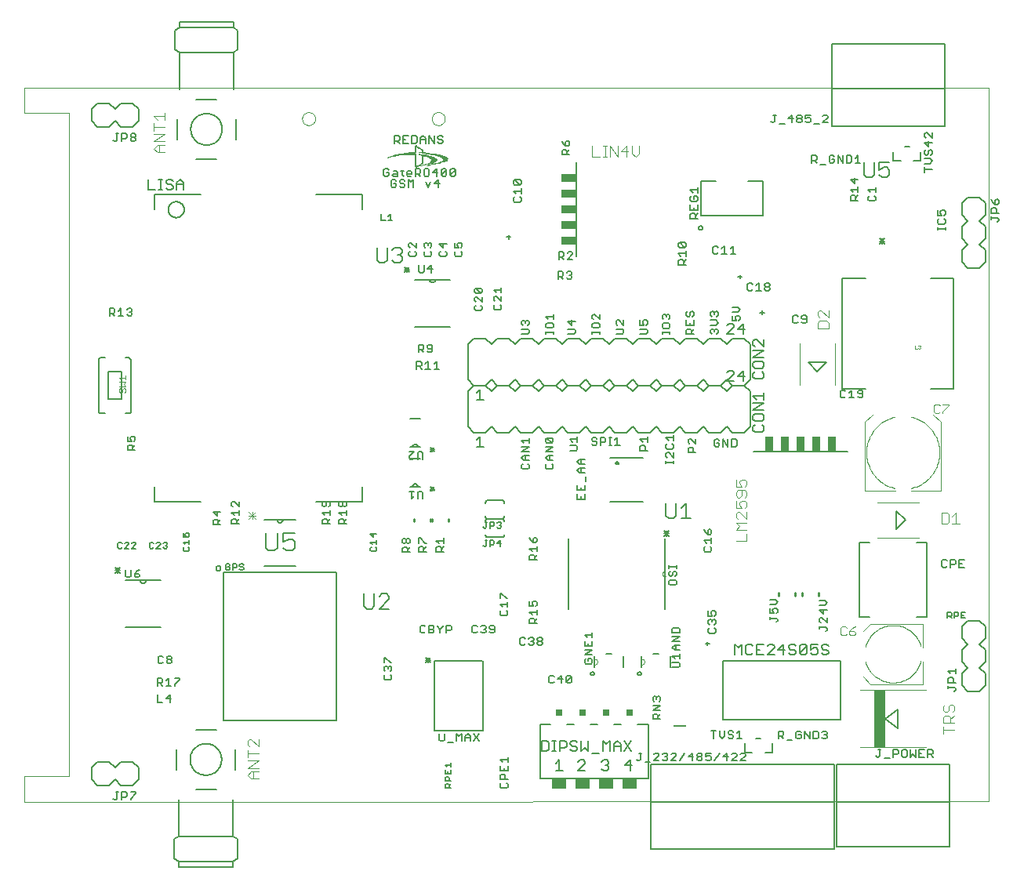
<source format=gto>
G75*
%MOIN*%
%OFA0B0*%
%FSLAX24Y24*%
%IPPOS*%
%LPD*%
%AMOC8*
5,1,8,0,0,1.08239X$1,22.5*
%
%ADD10C,0.0000*%
%ADD11R,0.0060X0.0020*%
%ADD12R,0.0100X0.0020*%
%ADD13R,0.0140X0.0020*%
%ADD14R,0.0120X0.0020*%
%ADD15R,0.0080X0.0020*%
%ADD16R,0.0160X0.0020*%
%ADD17R,0.0180X0.0020*%
%ADD18R,0.0040X0.0020*%
%ADD19R,0.0200X0.0020*%
%ADD20R,0.0220X0.0020*%
%ADD21R,0.0240X0.0020*%
%ADD22R,0.0260X0.0020*%
%ADD23R,0.0280X0.0020*%
%ADD24R,0.0300X0.0020*%
%ADD25R,0.0340X0.0020*%
%ADD26R,0.0320X0.0020*%
%ADD27R,0.0480X0.0020*%
%ADD28R,0.0860X0.0020*%
%ADD29R,0.0760X0.0020*%
%ADD30R,0.0640X0.0020*%
%ADD31R,0.0360X0.0020*%
%ADD32R,0.0500X0.0020*%
%ADD33C,0.0070*%
%ADD34C,0.0060*%
%ADD35C,0.0080*%
%ADD36C,0.0040*%
%ADD37C,0.0010*%
%ADD38R,0.0492X0.2441*%
%ADD39C,0.0030*%
%ADD40R,0.0380X0.0660*%
%ADD41C,0.0050*%
%ADD42R,0.0600X0.0450*%
%ADD43R,0.0300X0.0300*%
%ADD44R,0.0551X0.0039*%
%ADD45R,0.0551X0.0079*%
%ADD46R,0.0039X0.0079*%
%ADD47R,0.0660X0.0380*%
%ADD48C,0.0020*%
%ADD49C,0.0098*%
D10*
X005076Y002896D02*
X005076Y003998D01*
X006984Y003998D01*
X006984Y032187D01*
X005076Y032187D01*
X005076Y033250D01*
X046061Y033250D01*
X046061Y002935D01*
X006984Y002896D01*
X005076Y002896D01*
X029313Y008739D02*
X029334Y008741D01*
X029354Y008746D01*
X029373Y008755D01*
X029390Y008767D01*
X029405Y008782D01*
X029417Y008799D01*
X029426Y008818D01*
X029431Y008838D01*
X029433Y008859D01*
X029431Y008880D01*
X029426Y008900D01*
X029417Y008919D01*
X029405Y008936D01*
X029390Y008951D01*
X029373Y008963D01*
X029354Y008972D01*
X029334Y008977D01*
X029313Y008979D01*
X031313Y008979D02*
X031334Y008977D01*
X031354Y008972D01*
X031373Y008963D01*
X031390Y008951D01*
X031405Y008936D01*
X031417Y008919D01*
X031426Y008900D01*
X031431Y008880D01*
X031433Y008859D01*
X031431Y008838D01*
X031426Y008818D01*
X031417Y008799D01*
X031405Y008782D01*
X031390Y008767D01*
X031373Y008755D01*
X031354Y008746D01*
X031334Y008741D01*
X031313Y008739D01*
X032324Y012489D02*
X032303Y012490D01*
X032283Y012495D01*
X032263Y012503D01*
X032246Y012514D01*
X032230Y012528D01*
X032218Y012545D01*
X032208Y012563D01*
X032202Y012583D01*
X032199Y012604D01*
X032200Y012625D01*
X032205Y012645D01*
X032213Y012665D01*
X032224Y012682D01*
X032238Y012698D01*
X032255Y012710D01*
X032273Y012720D01*
X032293Y012726D01*
X032314Y012729D01*
X022399Y031951D02*
X022401Y031984D01*
X022407Y032016D01*
X022416Y032047D01*
X022429Y032077D01*
X022446Y032105D01*
X022466Y032131D01*
X022489Y032155D01*
X022514Y032175D01*
X022542Y032193D01*
X022571Y032207D01*
X022602Y032217D01*
X022634Y032224D01*
X022667Y032227D01*
X022700Y032226D01*
X022732Y032221D01*
X022763Y032212D01*
X022794Y032200D01*
X022822Y032184D01*
X022849Y032165D01*
X022873Y032143D01*
X022894Y032118D01*
X022913Y032091D01*
X022928Y032062D01*
X022939Y032032D01*
X022947Y032000D01*
X022951Y031967D01*
X022951Y031935D01*
X022947Y031902D01*
X022939Y031870D01*
X022928Y031840D01*
X022913Y031811D01*
X022894Y031784D01*
X022873Y031759D01*
X022849Y031737D01*
X022822Y031718D01*
X022794Y031702D01*
X022763Y031690D01*
X022732Y031681D01*
X022700Y031676D01*
X022667Y031675D01*
X022634Y031678D01*
X022602Y031685D01*
X022571Y031695D01*
X022542Y031709D01*
X022514Y031727D01*
X022489Y031747D01*
X022466Y031771D01*
X022446Y031797D01*
X022429Y031825D01*
X022416Y031855D01*
X022407Y031886D01*
X022401Y031918D01*
X022399Y031951D01*
X016887Y031951D02*
X016889Y031984D01*
X016895Y032016D01*
X016904Y032047D01*
X016917Y032077D01*
X016934Y032105D01*
X016954Y032131D01*
X016977Y032155D01*
X017002Y032175D01*
X017030Y032193D01*
X017059Y032207D01*
X017090Y032217D01*
X017122Y032224D01*
X017155Y032227D01*
X017188Y032226D01*
X017220Y032221D01*
X017251Y032212D01*
X017282Y032200D01*
X017310Y032184D01*
X017337Y032165D01*
X017361Y032143D01*
X017382Y032118D01*
X017401Y032091D01*
X017416Y032062D01*
X017427Y032032D01*
X017435Y032000D01*
X017439Y031967D01*
X017439Y031935D01*
X017435Y031902D01*
X017427Y031870D01*
X017416Y031840D01*
X017401Y031811D01*
X017382Y031784D01*
X017361Y031759D01*
X017337Y031737D01*
X017310Y031718D01*
X017282Y031702D01*
X017251Y031690D01*
X017220Y031681D01*
X017188Y031676D01*
X017155Y031675D01*
X017122Y031678D01*
X017090Y031685D01*
X017059Y031695D01*
X017030Y031709D01*
X017002Y031727D01*
X016977Y031747D01*
X016954Y031771D01*
X016934Y031797D01*
X016917Y031825D01*
X016904Y031855D01*
X016895Y031886D01*
X016889Y031918D01*
X016887Y031951D01*
D11*
X020579Y030289D03*
X021699Y030289D03*
X021699Y030309D03*
X021699Y030329D03*
X021699Y030349D03*
X021699Y030369D03*
X021699Y030389D03*
X021699Y030509D03*
X021699Y030529D03*
X021699Y030549D03*
X021699Y030569D03*
X021699Y030589D03*
X021699Y030609D03*
X021699Y030629D03*
X021699Y030649D03*
X021699Y030669D03*
X021699Y030689D03*
X021699Y030709D03*
X021699Y030729D03*
X021999Y030589D03*
X022019Y030569D03*
X022019Y030549D03*
X022019Y030529D03*
X022019Y030509D03*
X022019Y030329D03*
X022019Y030309D03*
X022019Y030289D03*
X022019Y030269D03*
X022019Y030249D03*
X022019Y030229D03*
X022019Y030209D03*
X022019Y030189D03*
X022019Y030169D03*
X022019Y030149D03*
X022019Y030129D03*
X022019Y030109D03*
X022019Y030089D03*
X021999Y030049D03*
X021699Y030049D03*
X021699Y030069D03*
X021699Y030089D03*
X021699Y030109D03*
X021699Y030129D03*
X021699Y030149D03*
X021699Y030169D03*
X021699Y030189D03*
X021699Y030209D03*
X021699Y030229D03*
X021699Y030249D03*
X021699Y030269D03*
X021699Y030029D03*
X021699Y030009D03*
X021699Y029989D03*
X021699Y029969D03*
X021699Y029949D03*
X021699Y029929D03*
X021739Y029869D03*
D12*
X021739Y029889D03*
X021899Y029969D03*
X021959Y030009D03*
X021979Y029949D03*
X021979Y030629D03*
X021859Y030689D03*
X021799Y030729D03*
X021739Y030769D03*
X020639Y030309D03*
D13*
X020699Y030329D03*
X021759Y029909D03*
X022299Y030029D03*
X022319Y029969D03*
X022519Y030009D03*
D14*
X022229Y029949D03*
X022169Y029989D03*
X022069Y029969D03*
X021849Y029949D03*
X021809Y029929D03*
X021889Y030669D03*
X021829Y030709D03*
X021749Y030749D03*
D15*
X021929Y030649D03*
X021989Y030609D03*
X021889Y030429D03*
X021989Y030029D03*
X021929Y029989D03*
D16*
X022249Y030009D03*
X022429Y029989D03*
X022749Y030069D03*
X022809Y030089D03*
D17*
X022879Y030109D03*
X022959Y030149D03*
X022679Y030049D03*
X022619Y030029D03*
X022399Y030069D03*
X022359Y030049D03*
X021939Y030409D03*
D18*
X021869Y030509D03*
X021729Y030789D03*
X022009Y030069D03*
X020529Y030269D03*
D19*
X020789Y030349D03*
X022449Y030089D03*
X022929Y030129D03*
X022989Y030169D03*
X022989Y030189D03*
X022989Y030209D03*
D20*
X022979Y030229D03*
X022459Y030109D03*
D21*
X022489Y030129D03*
X022489Y030149D03*
X022509Y030169D03*
X022949Y030269D03*
X022969Y030249D03*
D22*
X022919Y030289D03*
X022879Y030309D03*
X022779Y030349D03*
X022499Y030209D03*
X022499Y030189D03*
X022479Y030229D03*
X022419Y030269D03*
D23*
X022449Y030249D03*
X022369Y030289D03*
X022329Y030309D03*
X022629Y030389D03*
X022829Y030329D03*
X020889Y030369D03*
D24*
X021999Y030489D03*
X022259Y030329D03*
X022519Y030409D03*
D25*
X022159Y030349D03*
X022099Y030369D03*
D26*
X022009Y030389D03*
X022429Y030429D03*
X022709Y030369D03*
X021569Y030489D03*
D27*
X021049Y030389D03*
D28*
X021299Y030409D03*
D29*
X021349Y030429D03*
D30*
X021409Y030449D03*
D31*
X022129Y030469D03*
X022309Y030449D03*
D32*
X021479Y030469D03*
D33*
X021697Y029834D02*
X021862Y029834D01*
X021917Y029779D01*
X021917Y029669D01*
X021862Y029614D01*
X021697Y029614D01*
X021807Y029614D02*
X021917Y029504D01*
X022065Y029559D02*
X022065Y029779D01*
X022120Y029834D01*
X022230Y029834D01*
X022285Y029779D01*
X022285Y029559D01*
X022230Y029504D01*
X022120Y029504D01*
X022065Y029559D01*
X022134Y029251D02*
X022244Y029031D01*
X022355Y029251D01*
X022503Y029196D02*
X022668Y029361D01*
X022668Y029031D01*
X022723Y029196D02*
X022503Y029196D01*
X022598Y029504D02*
X022598Y029834D01*
X022433Y029669D01*
X022653Y029669D01*
X022802Y029559D02*
X022802Y029779D01*
X022857Y029834D01*
X022967Y029834D01*
X023022Y029779D01*
X022802Y029559D01*
X022857Y029504D01*
X022967Y029504D01*
X023022Y029559D01*
X023022Y029779D01*
X023170Y029779D02*
X023225Y029834D01*
X023335Y029834D01*
X023390Y029779D01*
X023170Y029559D01*
X023225Y029504D01*
X023335Y029504D01*
X023390Y029559D01*
X023390Y029779D01*
X023170Y029779D02*
X023170Y029559D01*
X021697Y029504D02*
X021697Y029834D01*
X021549Y029669D02*
X021493Y029724D01*
X021383Y029724D01*
X021328Y029669D01*
X021328Y029559D01*
X021383Y029504D01*
X021493Y029504D01*
X021549Y029614D02*
X021328Y029614D01*
X021193Y029724D02*
X021083Y029724D01*
X021138Y029779D02*
X021138Y029559D01*
X021193Y029504D01*
X021195Y029361D02*
X021085Y029361D01*
X021029Y029306D01*
X021029Y029251D01*
X021085Y029196D01*
X021195Y029196D01*
X021250Y029141D01*
X021250Y029086D01*
X021195Y029031D01*
X021085Y029031D01*
X021029Y029086D01*
X020881Y029086D02*
X020881Y029196D01*
X020771Y029196D01*
X020661Y029086D02*
X020716Y029031D01*
X020826Y029031D01*
X020881Y029086D01*
X020661Y029086D02*
X020661Y029306D01*
X020716Y029361D01*
X020826Y029361D01*
X020881Y029306D01*
X020935Y029504D02*
X020770Y029504D01*
X020714Y029559D01*
X020770Y029614D01*
X020935Y029614D01*
X020935Y029669D02*
X020935Y029504D01*
X020935Y029669D02*
X020880Y029724D01*
X020770Y029724D01*
X020566Y029779D02*
X020511Y029834D01*
X020401Y029834D01*
X020346Y029779D01*
X020346Y029559D01*
X020401Y029504D01*
X020511Y029504D01*
X020566Y029559D01*
X020566Y029669D01*
X020456Y029669D01*
X021195Y029361D02*
X021250Y029306D01*
X021398Y029361D02*
X021508Y029251D01*
X021618Y029361D01*
X021618Y029031D01*
X021398Y029031D02*
X021398Y029361D01*
X021549Y029614D02*
X021549Y029669D01*
X021540Y030904D02*
X021705Y030904D01*
X021760Y030959D01*
X021760Y031179D01*
X021705Y031234D01*
X021540Y031234D01*
X021540Y030904D01*
X021392Y030904D02*
X021172Y030904D01*
X021172Y031234D01*
X021392Y031234D01*
X021282Y031069D02*
X021172Y031069D01*
X021024Y031069D02*
X020969Y031014D01*
X020804Y031014D01*
X020914Y031014D02*
X021024Y030904D01*
X021024Y031069D02*
X021024Y031179D01*
X020969Y031234D01*
X020804Y031234D01*
X020804Y030904D01*
X021909Y030904D02*
X021909Y031124D01*
X022019Y031234D01*
X022129Y031124D01*
X022129Y030904D01*
X022277Y030904D02*
X022277Y031234D01*
X022497Y030904D01*
X022497Y031234D01*
X022645Y031179D02*
X022645Y031124D01*
X022700Y031069D01*
X022810Y031069D01*
X022865Y031014D01*
X022865Y030959D01*
X022810Y030904D01*
X022700Y030904D01*
X022645Y030959D01*
X022645Y031179D02*
X022700Y031234D01*
X022810Y031234D01*
X022865Y031179D01*
X022129Y031069D02*
X021909Y031069D01*
X025862Y029305D02*
X025862Y029195D01*
X025917Y029140D01*
X026138Y029140D01*
X025917Y029360D01*
X026138Y029360D01*
X026193Y029305D01*
X026193Y029195D01*
X026138Y029140D01*
X026193Y028992D02*
X026193Y028772D01*
X026193Y028882D02*
X025862Y028882D01*
X025972Y028772D01*
X025917Y028624D02*
X025862Y028568D01*
X025862Y028458D01*
X025917Y028403D01*
X026138Y028403D01*
X026193Y028458D01*
X026193Y028568D01*
X026138Y028624D01*
X025862Y029305D02*
X025917Y029360D01*
X037737Y023533D02*
X037737Y023313D01*
X037792Y023258D01*
X037903Y023258D01*
X037958Y023313D01*
X038106Y023313D02*
X038161Y023258D01*
X038271Y023258D01*
X038326Y023313D01*
X038326Y023533D01*
X038271Y023588D01*
X038161Y023588D01*
X038106Y023533D01*
X038106Y023478D01*
X038161Y023423D01*
X038326Y023423D01*
X037958Y023533D02*
X037903Y023588D01*
X037792Y023588D01*
X037737Y023533D01*
X041428Y026639D02*
X041648Y026859D01*
X041648Y026749D02*
X041428Y026749D01*
X041428Y026859D02*
X041648Y026639D01*
X041538Y026639D02*
X041538Y026859D01*
X043897Y027220D02*
X043897Y027330D01*
X043897Y027275D02*
X044228Y027275D01*
X044228Y027220D02*
X044228Y027330D01*
X044173Y027466D02*
X044228Y027521D01*
X044228Y027631D01*
X044173Y027686D01*
X044173Y027834D02*
X044228Y027889D01*
X044228Y027999D01*
X044173Y028054D01*
X044062Y028054D01*
X044007Y027999D01*
X044007Y027944D01*
X044062Y027834D01*
X043897Y027834D01*
X043897Y028054D01*
X043952Y027686D02*
X043897Y027631D01*
X043897Y027521D01*
X043952Y027466D01*
X044173Y027466D01*
X046178Y027679D02*
X046178Y027789D01*
X046178Y027734D02*
X046453Y027734D01*
X046508Y027679D01*
X046508Y027624D01*
X046453Y027569D01*
X046508Y027937D02*
X046178Y027937D01*
X046178Y028102D01*
X046233Y028157D01*
X046343Y028157D01*
X046398Y028102D01*
X046398Y027937D01*
X046453Y028305D02*
X046508Y028360D01*
X046508Y028470D01*
X046453Y028525D01*
X046398Y028525D01*
X046343Y028470D01*
X046343Y028305D01*
X046453Y028305D01*
X046343Y028305D02*
X046233Y028415D01*
X046178Y028525D01*
X043672Y029784D02*
X043341Y029784D01*
X043341Y029674D02*
X043341Y029894D01*
X043341Y030042D02*
X043562Y030042D01*
X043672Y030152D01*
X043562Y030262D01*
X043341Y030262D01*
X043396Y030411D02*
X043341Y030466D01*
X043341Y030576D01*
X043396Y030631D01*
X043507Y030576D02*
X043562Y030631D01*
X043617Y030631D01*
X043672Y030576D01*
X043672Y030466D01*
X043617Y030411D01*
X043507Y030466D02*
X043507Y030576D01*
X043507Y030466D02*
X043452Y030411D01*
X043396Y030411D01*
X043507Y030779D02*
X043507Y030999D01*
X043672Y030944D02*
X043341Y030944D01*
X043507Y030779D01*
X043396Y031147D02*
X043341Y031202D01*
X043341Y031312D01*
X043396Y031367D01*
X043452Y031367D01*
X043672Y031147D01*
X043672Y031367D01*
X044133Y013206D02*
X044078Y013151D01*
X044078Y012931D01*
X044133Y012876D01*
X044243Y012876D01*
X044298Y012931D01*
X044446Y012986D02*
X044611Y012986D01*
X044666Y013041D01*
X044666Y013151D01*
X044611Y013206D01*
X044446Y013206D01*
X044446Y012876D01*
X044298Y013151D02*
X044243Y013206D01*
X044133Y013206D01*
X044815Y013206D02*
X044815Y012876D01*
X045035Y012876D01*
X044925Y013041D02*
X044815Y013041D01*
X044815Y013206D02*
X045035Y013206D01*
X044668Y008570D02*
X044668Y008350D01*
X044668Y008460D02*
X044338Y008460D01*
X044448Y008350D01*
X044503Y008202D02*
X044558Y008147D01*
X044558Y007982D01*
X044668Y007982D02*
X044338Y007982D01*
X044338Y008147D01*
X044393Y008202D01*
X044503Y008202D01*
X044338Y007834D02*
X044338Y007724D01*
X044338Y007779D02*
X044613Y007779D01*
X044668Y007724D01*
X044668Y007669D01*
X044613Y007614D01*
X035587Y005604D02*
X035367Y005604D01*
X035477Y005604D02*
X035477Y005934D01*
X035367Y005824D01*
X035219Y005879D02*
X035164Y005934D01*
X035054Y005934D01*
X034999Y005879D01*
X034999Y005824D01*
X035054Y005769D01*
X035164Y005769D01*
X035219Y005714D01*
X035219Y005659D01*
X035164Y005604D01*
X035054Y005604D01*
X034999Y005659D01*
X034851Y005714D02*
X034851Y005934D01*
X034851Y005714D02*
X034741Y005604D01*
X034630Y005714D01*
X034630Y005934D01*
X034482Y005934D02*
X034262Y005934D01*
X034372Y005934D02*
X034372Y005604D01*
X025626Y004810D02*
X025626Y004590D01*
X025626Y004700D02*
X025296Y004700D01*
X025406Y004590D01*
X025296Y004442D02*
X025296Y004222D01*
X025626Y004222D01*
X025626Y004442D01*
X025461Y004332D02*
X025461Y004222D01*
X025461Y004074D02*
X025516Y004019D01*
X025516Y003854D01*
X025626Y003854D02*
X025296Y003854D01*
X025296Y004019D01*
X025351Y004074D01*
X025461Y004074D01*
X025351Y003705D02*
X025296Y003650D01*
X025296Y003540D01*
X025351Y003485D01*
X025571Y003485D01*
X025626Y003540D01*
X025626Y003650D01*
X025571Y003705D01*
X009810Y003324D02*
X009810Y003269D01*
X009590Y003049D01*
X009590Y002994D01*
X009441Y003159D02*
X009441Y003269D01*
X009386Y003324D01*
X009221Y003324D01*
X009221Y002994D01*
X009221Y003104D02*
X009386Y003104D01*
X009441Y003159D01*
X009590Y003324D02*
X009810Y003324D01*
X009073Y003324D02*
X008963Y003324D01*
X009018Y003324D02*
X009018Y003049D01*
X008963Y002994D01*
X008908Y002994D01*
X008853Y003049D01*
X008908Y030994D02*
X008963Y030994D01*
X009018Y031049D01*
X009018Y031324D01*
X008963Y031324D02*
X009073Y031324D01*
X009221Y031324D02*
X009386Y031324D01*
X009441Y031269D01*
X009441Y031159D01*
X009386Y031104D01*
X009221Y031104D01*
X009221Y030994D02*
X009221Y031324D01*
X009590Y031269D02*
X009590Y031214D01*
X009645Y031159D01*
X009755Y031159D01*
X009810Y031104D01*
X009810Y031049D01*
X009755Y030994D01*
X009645Y030994D01*
X009590Y031049D01*
X009590Y031104D01*
X009645Y031159D01*
X009755Y031159D02*
X009810Y031214D01*
X009810Y031269D01*
X009755Y031324D01*
X009645Y031324D01*
X009590Y031269D01*
X008908Y030994D02*
X008853Y031049D01*
D34*
X020253Y027899D02*
X020253Y027639D01*
X020426Y027639D01*
X020547Y027639D02*
X020721Y027639D01*
X020634Y027639D02*
X020634Y027899D01*
X020547Y027812D01*
X020494Y026480D02*
X020494Y025946D01*
X020387Y025839D01*
X020174Y025839D01*
X020067Y025946D01*
X020067Y026480D01*
X020712Y026373D02*
X020818Y026480D01*
X021032Y026480D01*
X021139Y026373D01*
X021139Y026266D01*
X021032Y026160D01*
X021139Y026053D01*
X021139Y025946D01*
X021032Y025839D01*
X020818Y025839D01*
X020712Y025946D01*
X020925Y026160D02*
X021032Y026160D01*
X021683Y025109D02*
X022303Y025109D01*
X022543Y025109D01*
X023163Y025109D01*
X022543Y025109D02*
X022541Y025088D01*
X022536Y025068D01*
X022527Y025049D01*
X022515Y025032D01*
X022500Y025017D01*
X022483Y025005D01*
X022464Y024996D01*
X022444Y024991D01*
X022423Y024989D01*
X022402Y024991D01*
X022382Y024996D01*
X022363Y025005D01*
X022346Y025017D01*
X022331Y025032D01*
X022319Y025049D01*
X022310Y025068D01*
X022305Y025088D01*
X022303Y025109D01*
X021683Y023109D02*
X023163Y023109D01*
X023923Y022359D02*
X023923Y020859D01*
X024173Y020609D01*
X024673Y020609D01*
X024923Y020859D01*
X025173Y020609D01*
X025673Y020609D01*
X025923Y020859D01*
X026173Y020609D01*
X026673Y020609D01*
X026923Y020859D01*
X027173Y020609D01*
X027673Y020609D01*
X027923Y020859D01*
X028173Y020609D01*
X028673Y020609D01*
X028923Y020859D01*
X029173Y020609D01*
X029673Y020609D01*
X029923Y020859D01*
X030173Y020609D01*
X030673Y020609D01*
X030923Y020859D01*
X031173Y020609D01*
X031673Y020609D01*
X031923Y020859D01*
X032173Y020609D01*
X032673Y020609D01*
X032923Y020859D01*
X033173Y020609D01*
X033673Y020609D01*
X033923Y020859D01*
X034173Y020609D01*
X034673Y020609D01*
X034923Y020859D01*
X035173Y020609D01*
X035673Y020609D01*
X035923Y020859D01*
X035923Y022359D01*
X035673Y022609D01*
X035173Y022609D01*
X034923Y022359D01*
X034673Y022609D01*
X034173Y022609D01*
X033923Y022359D01*
X033673Y022609D01*
X033173Y022609D01*
X032923Y022359D01*
X032673Y022609D01*
X032173Y022609D01*
X031923Y022359D01*
X031673Y022609D01*
X031173Y022609D01*
X030923Y022359D01*
X030673Y022609D01*
X030173Y022609D01*
X029923Y022359D01*
X029673Y022609D01*
X029173Y022609D01*
X028923Y022359D01*
X028673Y022609D01*
X028173Y022609D01*
X027923Y022359D01*
X027673Y022609D01*
X027173Y022609D01*
X026923Y022359D01*
X026673Y022609D01*
X026173Y022609D01*
X025923Y022359D01*
X025673Y022609D01*
X025173Y022609D01*
X024923Y022359D01*
X024673Y022609D01*
X024173Y022609D01*
X023923Y022359D01*
X024173Y020609D02*
X023923Y020359D01*
X023923Y018859D01*
X024173Y018609D01*
X024673Y018609D01*
X024923Y018859D01*
X025173Y018609D01*
X025673Y018609D01*
X025923Y018859D01*
X026173Y018609D01*
X026673Y018609D01*
X026923Y018859D01*
X027173Y018609D01*
X027673Y018609D01*
X027923Y018859D01*
X028173Y018609D01*
X028673Y018609D01*
X028923Y018859D01*
X029173Y018609D01*
X029673Y018609D01*
X029923Y018859D01*
X030173Y018609D01*
X030673Y018609D01*
X030923Y018859D01*
X031173Y018609D01*
X031673Y018609D01*
X031923Y018859D01*
X032173Y018609D01*
X032673Y018609D01*
X032923Y018859D01*
X033173Y018609D01*
X033673Y018609D01*
X033923Y018859D01*
X034173Y018609D01*
X034673Y018609D01*
X034923Y018859D01*
X035173Y018609D01*
X035673Y018609D01*
X035923Y018859D01*
X035923Y020359D01*
X035673Y020609D01*
X035173Y020609D01*
X034923Y020359D01*
X034673Y020609D01*
X034173Y020609D01*
X033923Y020359D01*
X033673Y020609D01*
X033173Y020609D01*
X032923Y020359D01*
X032673Y020609D01*
X032173Y020609D01*
X031923Y020359D01*
X031673Y020609D01*
X031173Y020609D01*
X030923Y020359D01*
X030673Y020609D01*
X030173Y020609D01*
X029923Y020359D01*
X029673Y020609D01*
X029173Y020609D01*
X028923Y020359D01*
X028673Y020609D01*
X028173Y020609D01*
X027923Y020359D01*
X027673Y020609D01*
X027173Y020609D01*
X026923Y020359D01*
X026673Y020609D01*
X026173Y020609D01*
X025923Y020359D01*
X025673Y020609D01*
X025173Y020609D01*
X024923Y020359D01*
X024673Y020609D01*
X024173Y020609D01*
X021897Y019189D02*
X021477Y019189D01*
X021477Y017989D02*
X021567Y017989D01*
X021807Y017989D01*
X021897Y017989D01*
X021807Y017989D02*
X021805Y018010D01*
X021800Y018030D01*
X021791Y018049D01*
X021779Y018066D01*
X021764Y018081D01*
X021747Y018093D01*
X021728Y018102D01*
X021708Y018107D01*
X021687Y018109D01*
X021666Y018107D01*
X021646Y018102D01*
X021627Y018093D01*
X021610Y018081D01*
X021595Y018066D01*
X021583Y018049D01*
X021574Y018030D01*
X021569Y018010D01*
X021567Y017989D01*
X021477Y017504D02*
X021897Y017504D01*
X022323Y017802D02*
X022497Y017975D01*
X022497Y017889D02*
X022323Y017889D01*
X022323Y017975D02*
X022497Y017802D01*
X022410Y017802D02*
X022410Y017975D01*
X022410Y016290D02*
X022410Y016117D01*
X022497Y016117D02*
X022323Y016290D01*
X022323Y016204D02*
X022497Y016204D01*
X022497Y016290D02*
X022323Y016117D01*
X021897Y016304D02*
X021807Y016304D01*
X021567Y016304D01*
X021477Y016304D01*
X021567Y016304D02*
X021569Y016325D01*
X021574Y016345D01*
X021583Y016364D01*
X021595Y016381D01*
X021610Y016396D01*
X021627Y016408D01*
X021646Y016417D01*
X021666Y016422D01*
X021687Y016424D01*
X021708Y016422D01*
X021728Y016417D01*
X021747Y016408D01*
X021764Y016396D01*
X021779Y016381D01*
X021791Y016364D01*
X021800Y016345D01*
X021805Y016325D01*
X021807Y016304D01*
X020040Y014285D02*
X019779Y014285D01*
X019909Y014155D01*
X019909Y014328D01*
X020040Y014034D02*
X020040Y013860D01*
X020040Y013947D02*
X019779Y013947D01*
X019866Y013860D01*
X019823Y013739D02*
X019779Y013696D01*
X019779Y013609D01*
X019823Y013566D01*
X019996Y013566D01*
X020040Y013609D01*
X020040Y013696D01*
X019996Y013739D01*
X019943Y011755D02*
X019943Y011222D01*
X019836Y011115D01*
X019623Y011115D01*
X019516Y011222D01*
X019516Y011755D01*
X020160Y011649D02*
X020267Y011755D01*
X020481Y011755D01*
X020587Y011649D01*
X020587Y011542D01*
X020160Y011115D01*
X020587Y011115D01*
X016603Y012940D02*
X015283Y012940D01*
X014395Y012980D02*
X014351Y013024D01*
X014265Y013024D01*
X014221Y012980D01*
X014221Y012937D01*
X014265Y012893D01*
X014351Y012893D01*
X014395Y012850D01*
X014395Y012807D01*
X014351Y012763D01*
X014265Y012763D01*
X014221Y012807D01*
X014100Y012893D02*
X014057Y012850D01*
X013927Y012850D01*
X013927Y012763D02*
X013927Y013024D01*
X014057Y013024D01*
X014100Y012980D01*
X014100Y012893D01*
X013805Y012893D02*
X013719Y012893D01*
X013805Y012893D02*
X013805Y012807D01*
X013762Y012763D01*
X013675Y012763D01*
X013632Y012807D01*
X013632Y012980D01*
X013675Y013024D01*
X013762Y013024D01*
X013805Y012980D01*
X012087Y013609D02*
X012087Y013696D01*
X012043Y013739D01*
X012087Y013860D02*
X012087Y014034D01*
X012087Y013947D02*
X011827Y013947D01*
X011913Y013860D01*
X011870Y013739D02*
X011827Y013696D01*
X011827Y013609D01*
X011870Y013566D01*
X012043Y013566D01*
X012087Y013609D01*
X012043Y014155D02*
X012087Y014198D01*
X012087Y014285D01*
X012043Y014328D01*
X011957Y014328D01*
X011913Y014285D01*
X011913Y014242D01*
X011957Y014155D01*
X011827Y014155D01*
X011827Y014328D01*
X011154Y013898D02*
X011154Y013854D01*
X011111Y013811D01*
X011154Y013767D01*
X011154Y013724D01*
X011111Y013681D01*
X011024Y013681D01*
X010981Y013724D01*
X011068Y013811D02*
X011111Y013811D01*
X011154Y013898D02*
X011111Y013941D01*
X011024Y013941D01*
X010981Y013898D01*
X010860Y013898D02*
X010816Y013941D01*
X010730Y013941D01*
X010686Y013898D01*
X010565Y013898D02*
X010522Y013941D01*
X010435Y013941D01*
X010392Y013898D01*
X010392Y013724D01*
X010435Y013681D01*
X010522Y013681D01*
X010565Y013724D01*
X010686Y013681D02*
X010860Y013854D01*
X010860Y013898D01*
X010860Y013681D02*
X010686Y013681D01*
X009816Y013681D02*
X009642Y013681D01*
X009816Y013854D01*
X009816Y013898D01*
X009773Y013941D01*
X009686Y013941D01*
X009642Y013898D01*
X009521Y013898D02*
X009478Y013941D01*
X009391Y013941D01*
X009348Y013898D01*
X009227Y013898D02*
X009183Y013941D01*
X009097Y013941D01*
X009053Y013898D01*
X009053Y013724D01*
X009097Y013681D01*
X009183Y013681D01*
X009227Y013724D01*
X009348Y013681D02*
X009521Y013854D01*
X009521Y013898D01*
X009521Y013681D02*
X009348Y013681D01*
X009376Y012321D02*
X009996Y012321D01*
X010236Y012321D01*
X010856Y012321D01*
X010236Y012321D02*
X010234Y012300D01*
X010229Y012280D01*
X010220Y012261D01*
X010208Y012244D01*
X010193Y012229D01*
X010176Y012217D01*
X010157Y012208D01*
X010137Y012203D01*
X010116Y012201D01*
X010095Y012203D01*
X010075Y012208D01*
X010056Y012217D01*
X010039Y012229D01*
X010024Y012244D01*
X010012Y012261D01*
X010003Y012280D01*
X009998Y012300D01*
X009996Y012321D01*
X009376Y010321D02*
X010856Y010321D01*
X015283Y014900D02*
X015823Y014900D01*
X016063Y014900D01*
X016603Y014900D01*
X016063Y014900D02*
X016061Y014879D01*
X016056Y014859D01*
X016047Y014840D01*
X016035Y014823D01*
X016020Y014808D01*
X016003Y014796D01*
X015984Y014787D01*
X015964Y014782D01*
X015943Y014780D01*
X015922Y014782D01*
X015902Y014787D01*
X015883Y014796D01*
X015866Y014808D01*
X015851Y014823D01*
X015839Y014840D01*
X015830Y014859D01*
X015825Y014879D01*
X015823Y014900D01*
X024580Y014590D02*
X024623Y014547D01*
X024667Y014547D01*
X024710Y014590D01*
X024710Y014807D01*
X024667Y014807D02*
X024753Y014807D01*
X024875Y014807D02*
X025005Y014807D01*
X025048Y014764D01*
X025048Y014677D01*
X025005Y014634D01*
X024875Y014634D01*
X024875Y014547D02*
X024875Y014807D01*
X025169Y014764D02*
X025213Y014807D01*
X025299Y014807D01*
X025343Y014764D01*
X025343Y014720D01*
X025299Y014677D01*
X025343Y014634D01*
X025343Y014590D01*
X025299Y014547D01*
X025213Y014547D01*
X025169Y014590D01*
X025256Y014677D02*
X025299Y014677D01*
X025299Y014020D02*
X025169Y013890D01*
X025343Y013890D01*
X025299Y014020D02*
X025299Y013759D01*
X025048Y013890D02*
X025005Y013846D01*
X024875Y013846D01*
X024875Y013759D02*
X024875Y014020D01*
X025005Y014020D01*
X025048Y013976D01*
X025048Y013890D01*
X024753Y014020D02*
X024667Y014020D01*
X024710Y014020D02*
X024710Y013803D01*
X024667Y013759D01*
X024623Y013759D01*
X024580Y013803D01*
X028194Y014109D02*
X028194Y011109D01*
X029793Y009199D02*
X030053Y009199D01*
X030533Y009099D02*
X030533Y008619D01*
X031313Y008619D02*
X031313Y008739D01*
X031313Y008979D01*
X031313Y009099D01*
X031793Y009199D02*
X032053Y009199D01*
X032533Y009099D02*
X032533Y008619D01*
X031591Y006209D02*
X031141Y006209D01*
X031591Y006209D02*
X031591Y003909D01*
X026991Y003909D01*
X026991Y006209D01*
X027441Y006209D01*
X028141Y006209D02*
X028441Y006209D01*
X029141Y006209D02*
X029441Y006209D01*
X030141Y006209D02*
X030441Y006209D01*
X029313Y008619D02*
X029313Y008739D01*
X029313Y008979D01*
X029313Y009099D01*
X032314Y011109D02*
X032314Y012729D01*
X032314Y014109D01*
X032457Y014973D02*
X032671Y014973D01*
X032778Y015080D01*
X032778Y015614D01*
X032995Y015400D02*
X033209Y015614D01*
X033209Y014973D01*
X033422Y014973D02*
X032995Y014973D01*
X032457Y014973D02*
X032350Y015080D01*
X032350Y015614D01*
X031377Y015667D02*
X029957Y015667D01*
X029957Y017527D02*
X031377Y017527D01*
X036440Y023619D02*
X036440Y023792D01*
X036353Y023705D02*
X036527Y023705D01*
X036475Y027835D02*
X033835Y027835D01*
X033835Y029295D01*
X034465Y029295D01*
X035845Y029295D02*
X036475Y029295D01*
X036475Y027835D01*
X040776Y029568D02*
X040882Y029461D01*
X041096Y029461D01*
X041203Y029568D01*
X041203Y030102D01*
X041420Y030102D02*
X041420Y029782D01*
X041634Y029888D01*
X041740Y029888D01*
X041847Y029782D01*
X041847Y029568D01*
X041740Y029461D01*
X041527Y029461D01*
X041420Y029568D01*
X041420Y030102D02*
X041847Y030102D01*
X040776Y030102D02*
X040776Y029568D01*
X025749Y026919D02*
X025576Y026919D01*
X025663Y026832D02*
X025663Y027006D01*
X044319Y010978D02*
X044449Y010978D01*
X044492Y010935D01*
X044492Y010848D01*
X044449Y010804D01*
X044319Y010804D01*
X044319Y010718D02*
X044319Y010978D01*
X044406Y010804D02*
X044492Y010718D01*
X044614Y010718D02*
X044614Y010978D01*
X044744Y010978D01*
X044787Y010935D01*
X044787Y010848D01*
X044744Y010804D01*
X044614Y010804D01*
X044908Y010848D02*
X044995Y010848D01*
X045082Y010978D02*
X044908Y010978D01*
X044908Y010718D01*
X045082Y010718D01*
X023220Y004566D02*
X023220Y004393D01*
X023220Y004479D02*
X022959Y004479D01*
X023046Y004393D01*
X022959Y004271D02*
X022959Y004098D01*
X023220Y004098D01*
X023220Y004271D01*
X023089Y004185D02*
X023089Y004098D01*
X023089Y003977D02*
X023133Y003933D01*
X023133Y003803D01*
X023220Y003803D02*
X022959Y003803D01*
X022959Y003933D01*
X023003Y003977D01*
X023089Y003977D01*
X023089Y003682D02*
X023133Y003639D01*
X023133Y003509D01*
X023133Y003595D02*
X023220Y003682D01*
X023089Y003682D02*
X023003Y003682D01*
X022959Y003639D01*
X022959Y003509D01*
X023220Y003509D01*
D35*
X023294Y005434D02*
X023080Y005434D01*
X022925Y005540D02*
X022925Y005807D01*
X022712Y005807D02*
X022712Y005540D01*
X022765Y005487D01*
X022872Y005487D01*
X022925Y005540D01*
X023448Y005487D02*
X023448Y005807D01*
X023555Y005701D01*
X023662Y005807D01*
X023662Y005487D01*
X023817Y005487D02*
X023817Y005701D01*
X023923Y005807D01*
X024030Y005701D01*
X024030Y005487D01*
X024185Y005487D02*
X024398Y005807D01*
X024561Y005917D02*
X024561Y008909D01*
X024538Y008913D02*
X022514Y008913D01*
X022514Y005917D01*
X024561Y005917D01*
X024185Y005807D02*
X024398Y005487D01*
X024030Y005647D02*
X023817Y005647D01*
X020686Y008148D02*
X020686Y008255D01*
X020633Y008308D01*
X020633Y008463D02*
X020686Y008516D01*
X020686Y008623D01*
X020633Y008677D01*
X020580Y008677D01*
X020526Y008623D01*
X020526Y008570D01*
X020526Y008623D02*
X020473Y008677D01*
X020419Y008677D01*
X020366Y008623D01*
X020366Y008516D01*
X020419Y008463D01*
X020419Y008308D02*
X020366Y008255D01*
X020366Y008148D01*
X020419Y008095D01*
X020633Y008095D01*
X020686Y008148D01*
X020686Y008831D02*
X020633Y008831D01*
X020419Y009045D01*
X020366Y009045D01*
X020366Y008831D01*
X021907Y010140D02*
X021960Y010087D01*
X022067Y010087D01*
X022120Y010140D01*
X022275Y010087D02*
X022435Y010087D01*
X022489Y010140D01*
X022489Y010194D01*
X022435Y010247D01*
X022275Y010247D01*
X022275Y010087D02*
X022275Y010407D01*
X022435Y010407D01*
X022489Y010354D01*
X022489Y010301D01*
X022435Y010247D01*
X022644Y010354D02*
X022750Y010247D01*
X022750Y010087D01*
X022750Y010247D02*
X022857Y010354D01*
X022857Y010407D01*
X023012Y010407D02*
X023012Y010087D01*
X023012Y010194D02*
X023172Y010194D01*
X023225Y010247D01*
X023225Y010354D01*
X023172Y010407D01*
X023012Y010407D01*
X022644Y010407D02*
X022644Y010354D01*
X022120Y010354D02*
X022067Y010407D01*
X021960Y010407D01*
X021907Y010354D01*
X021907Y010140D01*
X022131Y009048D02*
X022344Y008835D01*
X022238Y008835D02*
X022238Y009048D01*
X022344Y009048D02*
X022131Y008835D01*
X022131Y008942D02*
X022344Y008942D01*
X024118Y010140D02*
X024118Y010354D01*
X024171Y010407D01*
X024278Y010407D01*
X024331Y010354D01*
X024486Y010354D02*
X024539Y010407D01*
X024646Y010407D01*
X024700Y010354D01*
X024700Y010301D01*
X024646Y010247D01*
X024700Y010194D01*
X024700Y010140D01*
X024646Y010087D01*
X024539Y010087D01*
X024486Y010140D01*
X024593Y010247D02*
X024646Y010247D01*
X024854Y010301D02*
X024908Y010247D01*
X025068Y010247D01*
X025068Y010140D02*
X025068Y010354D01*
X025014Y010407D01*
X024908Y010407D01*
X024854Y010354D01*
X024854Y010301D01*
X024854Y010140D02*
X024908Y010087D01*
X025014Y010087D01*
X025068Y010140D01*
X024331Y010140D02*
X024278Y010087D01*
X024171Y010087D01*
X024118Y010140D01*
X025293Y010880D02*
X025347Y010827D01*
X025560Y010827D01*
X025614Y010880D01*
X025614Y010987D01*
X025560Y011041D01*
X025614Y011195D02*
X025614Y011409D01*
X025614Y011302D02*
X025293Y011302D01*
X025400Y011195D01*
X025347Y011041D02*
X025293Y010987D01*
X025293Y010880D01*
X025293Y011564D02*
X025293Y011777D01*
X025347Y011777D01*
X025560Y011564D01*
X025614Y011564D01*
X026551Y011440D02*
X026551Y011226D01*
X026711Y011226D01*
X026658Y011333D01*
X026658Y011387D01*
X026711Y011440D01*
X026818Y011440D01*
X026871Y011387D01*
X026871Y011280D01*
X026818Y011226D01*
X026871Y011072D02*
X026871Y010858D01*
X026871Y010965D02*
X026551Y010965D01*
X026658Y010858D01*
X026711Y010703D02*
X026764Y010650D01*
X026764Y010490D01*
X026764Y010597D02*
X026871Y010703D01*
X026711Y010703D02*
X026604Y010703D01*
X026551Y010650D01*
X026551Y010490D01*
X026871Y010490D01*
X026934Y009890D02*
X026881Y009837D01*
X026881Y009783D01*
X026934Y009730D01*
X027041Y009730D01*
X027094Y009677D01*
X027094Y009623D01*
X027041Y009570D01*
X026934Y009570D01*
X026881Y009623D01*
X026881Y009677D01*
X026934Y009730D01*
X027041Y009730D02*
X027094Y009783D01*
X027094Y009837D01*
X027041Y009890D01*
X026934Y009890D01*
X026726Y009837D02*
X026726Y009783D01*
X026672Y009730D01*
X026726Y009677D01*
X026726Y009623D01*
X026672Y009570D01*
X026566Y009570D01*
X026512Y009623D01*
X026619Y009730D02*
X026672Y009730D01*
X026726Y009837D02*
X026672Y009890D01*
X026566Y009890D01*
X026512Y009837D01*
X026357Y009837D02*
X026304Y009890D01*
X026197Y009890D01*
X026144Y009837D01*
X026144Y009623D01*
X026197Y009570D01*
X026304Y009570D01*
X026357Y009623D01*
X027431Y008277D02*
X027378Y008224D01*
X027378Y008011D01*
X027431Y007957D01*
X027538Y007957D01*
X027591Y008011D01*
X027746Y008117D02*
X027959Y008117D01*
X027906Y007957D02*
X027906Y008277D01*
X027746Y008117D01*
X027591Y008224D02*
X027538Y008277D01*
X027431Y008277D01*
X028114Y008224D02*
X028168Y008277D01*
X028274Y008277D01*
X028328Y008224D01*
X028114Y008011D01*
X028168Y007957D01*
X028274Y007957D01*
X028328Y008011D01*
X028328Y008224D01*
X028114Y008224D02*
X028114Y008011D01*
X028890Y008836D02*
X028943Y008782D01*
X029157Y008782D01*
X029210Y008836D01*
X029210Y008942D01*
X029157Y008996D01*
X029050Y008996D01*
X029050Y008889D01*
X028943Y008996D02*
X028890Y008942D01*
X028890Y008836D01*
X028890Y009151D02*
X029210Y009364D01*
X028890Y009364D01*
X028890Y009519D02*
X029210Y009519D01*
X029210Y009732D01*
X029210Y009887D02*
X029210Y010101D01*
X029210Y009994D02*
X028890Y009994D01*
X028997Y009887D01*
X028890Y009732D02*
X028890Y009519D01*
X029050Y009519D02*
X029050Y009626D01*
X029210Y009151D02*
X028890Y009151D01*
X031791Y007331D02*
X031844Y007384D01*
X031898Y007384D01*
X031951Y007331D01*
X032004Y007384D01*
X032058Y007384D01*
X032111Y007331D01*
X032111Y007224D01*
X032058Y007171D01*
X031951Y007277D02*
X031951Y007331D01*
X031791Y007331D02*
X031791Y007224D01*
X031844Y007171D01*
X031791Y007016D02*
X032111Y007016D01*
X031791Y006802D01*
X032111Y006802D01*
X032111Y006647D02*
X032004Y006541D01*
X032004Y006594D02*
X032004Y006434D01*
X032111Y006434D02*
X031791Y006434D01*
X031791Y006594D01*
X031844Y006647D01*
X031951Y006647D01*
X032004Y006594D01*
X031993Y004977D02*
X031887Y004977D01*
X031833Y004923D01*
X031993Y004977D02*
X032047Y004923D01*
X032047Y004870D01*
X031833Y004656D01*
X032047Y004656D01*
X032202Y004710D02*
X032255Y004656D01*
X032362Y004656D01*
X032415Y004710D01*
X032415Y004763D01*
X032362Y004817D01*
X032308Y004817D01*
X032362Y004817D02*
X032415Y004870D01*
X032415Y004923D01*
X032362Y004977D01*
X032255Y004977D01*
X032202Y004923D01*
X032570Y004923D02*
X032623Y004977D01*
X032730Y004977D01*
X032783Y004923D01*
X032783Y004870D01*
X032570Y004656D01*
X032783Y004656D01*
X032938Y004656D02*
X033152Y004977D01*
X033307Y004817D02*
X033520Y004817D01*
X033675Y004870D02*
X033675Y004923D01*
X033728Y004977D01*
X033835Y004977D01*
X033888Y004923D01*
X033888Y004870D01*
X033835Y004817D01*
X033728Y004817D01*
X033675Y004870D01*
X033728Y004817D02*
X033675Y004763D01*
X033675Y004710D01*
X033728Y004656D01*
X033835Y004656D01*
X033888Y004710D01*
X033888Y004763D01*
X033835Y004817D01*
X034043Y004817D02*
X034150Y004870D01*
X034203Y004870D01*
X034257Y004817D01*
X034257Y004710D01*
X034203Y004656D01*
X034097Y004656D01*
X034043Y004710D01*
X034043Y004817D02*
X034043Y004977D01*
X034257Y004977D01*
X034412Y004656D02*
X034625Y004977D01*
X034780Y004817D02*
X034993Y004817D01*
X034940Y004977D02*
X034780Y004817D01*
X034940Y004656D02*
X034940Y004977D01*
X035148Y004923D02*
X035202Y004977D01*
X035308Y004977D01*
X035362Y004923D01*
X035362Y004870D01*
X035148Y004656D01*
X035362Y004656D01*
X035516Y004656D02*
X035730Y004870D01*
X035730Y004923D01*
X035677Y004977D01*
X035570Y004977D01*
X035516Y004923D01*
X035516Y004656D02*
X035730Y004656D01*
X037140Y005595D02*
X037140Y005915D01*
X037300Y005915D01*
X037353Y005862D01*
X037353Y005755D01*
X037300Y005702D01*
X037140Y005702D01*
X037247Y005702D02*
X037353Y005595D01*
X037508Y005542D02*
X037722Y005542D01*
X037877Y005648D02*
X037930Y005595D01*
X038037Y005595D01*
X038090Y005648D01*
X038090Y005755D01*
X037983Y005755D01*
X037877Y005862D02*
X037877Y005648D01*
X037877Y005862D02*
X037930Y005915D01*
X038037Y005915D01*
X038090Y005862D01*
X038245Y005915D02*
X038458Y005595D01*
X038458Y005915D01*
X038613Y005915D02*
X038773Y005915D01*
X038827Y005862D01*
X038827Y005648D01*
X038773Y005595D01*
X038613Y005595D01*
X038613Y005915D01*
X038245Y005915D02*
X038245Y005595D01*
X038982Y005648D02*
X039035Y005595D01*
X039142Y005595D01*
X039195Y005648D01*
X039195Y005702D01*
X039142Y005755D01*
X039088Y005755D01*
X039142Y005755D02*
X039195Y005808D01*
X039195Y005862D01*
X039142Y005915D01*
X039035Y005915D01*
X038982Y005862D01*
X039504Y004509D02*
X031704Y004509D01*
X031704Y002909D01*
X039504Y002909D01*
X039504Y004509D01*
X039602Y004509D02*
X044402Y004509D01*
X044402Y002909D01*
X039602Y002909D01*
X039602Y001009D01*
X044402Y001009D01*
X044402Y002909D01*
X043697Y004814D02*
X043591Y004921D01*
X043644Y004921D02*
X043484Y004921D01*
X043484Y004814D02*
X043484Y005134D01*
X043644Y005134D01*
X043697Y005081D01*
X043697Y004974D01*
X043644Y004921D01*
X043329Y004814D02*
X043115Y004814D01*
X043115Y005134D01*
X043329Y005134D01*
X043222Y004974D02*
X043115Y004974D01*
X042961Y004814D02*
X042961Y005134D01*
X042747Y005134D02*
X042747Y004814D01*
X042854Y004921D01*
X042961Y004814D01*
X042592Y004867D02*
X042592Y005081D01*
X042539Y005134D01*
X042432Y005134D01*
X042379Y005081D01*
X042379Y004867D01*
X042432Y004814D01*
X042539Y004814D01*
X042592Y004867D01*
X042224Y004974D02*
X042171Y004921D01*
X042010Y004921D01*
X042010Y004814D02*
X042010Y005134D01*
X042171Y005134D01*
X042224Y005081D01*
X042224Y004974D01*
X041856Y004760D02*
X041642Y004760D01*
X041434Y004867D02*
X041434Y005134D01*
X041381Y005134D02*
X041487Y005134D01*
X041434Y004867D02*
X041381Y004814D01*
X041327Y004814D01*
X041274Y004867D01*
X042219Y006046D02*
X042219Y006833D01*
X041679Y006439D01*
X042219Y006046D01*
X039602Y004509D02*
X039602Y002909D01*
X039504Y002909D02*
X039504Y000909D01*
X031704Y000909D01*
X031704Y002909D01*
X031679Y004603D02*
X031465Y004603D01*
X031257Y004710D02*
X031257Y004977D01*
X031310Y004977D02*
X031203Y004977D01*
X031257Y004710D02*
X031203Y004656D01*
X031150Y004656D01*
X031097Y004710D01*
X033307Y004817D02*
X033467Y004977D01*
X033467Y004656D01*
X032889Y008625D02*
X032622Y008625D01*
X032622Y008838D02*
X032889Y008838D01*
X032943Y008785D01*
X032943Y008678D01*
X032889Y008625D01*
X032943Y008993D02*
X032943Y009207D01*
X032943Y009100D02*
X032622Y009100D01*
X032729Y008993D01*
X032729Y009361D02*
X032622Y009468D01*
X032729Y009575D01*
X032943Y009575D01*
X032943Y009730D02*
X032622Y009730D01*
X032943Y009943D01*
X032622Y009943D01*
X032622Y010098D02*
X032622Y010258D01*
X032676Y010311D01*
X032889Y010311D01*
X032943Y010258D01*
X032943Y010098D01*
X032622Y010098D01*
X032782Y009575D02*
X032782Y009361D01*
X032729Y009361D02*
X032943Y009361D01*
X034031Y009635D02*
X034191Y009635D01*
X034111Y009554D02*
X034111Y009715D01*
X034206Y010076D02*
X034420Y010076D01*
X034473Y010129D01*
X034473Y010236D01*
X034420Y010289D01*
X034420Y010444D02*
X034473Y010497D01*
X034473Y010604D01*
X034420Y010657D01*
X034367Y010657D01*
X034313Y010604D01*
X034313Y010551D01*
X034313Y010604D02*
X034260Y010657D01*
X034206Y010657D01*
X034153Y010604D01*
X034153Y010497D01*
X034206Y010444D01*
X034206Y010289D02*
X034153Y010236D01*
X034153Y010129D01*
X034206Y010076D01*
X034153Y010812D02*
X034313Y010812D01*
X034260Y010919D01*
X034260Y010972D01*
X034313Y011026D01*
X034420Y011026D01*
X034473Y010972D01*
X034473Y010866D01*
X034420Y010812D01*
X034153Y010812D02*
X034153Y011026D01*
X032799Y012182D02*
X032745Y012129D01*
X032532Y012129D01*
X032479Y012182D01*
X032479Y012289D01*
X032532Y012342D01*
X032745Y012342D01*
X032799Y012289D01*
X032799Y012182D01*
X032745Y012497D02*
X032799Y012550D01*
X032799Y012657D01*
X032745Y012711D01*
X032692Y012711D01*
X032639Y012657D01*
X032639Y012550D01*
X032585Y012497D01*
X032532Y012497D01*
X032479Y012550D01*
X032479Y012657D01*
X032532Y012711D01*
X032479Y012849D02*
X032479Y012956D01*
X032479Y012903D02*
X032799Y012903D01*
X032799Y012956D02*
X032799Y012849D01*
X033963Y013597D02*
X034016Y013544D01*
X034229Y013544D01*
X034283Y013597D01*
X034283Y013704D01*
X034229Y013757D01*
X034283Y013912D02*
X034283Y014125D01*
X034283Y014019D02*
X033963Y014019D01*
X034069Y013912D01*
X034016Y013757D02*
X033963Y013704D01*
X033963Y013597D01*
X034123Y014280D02*
X034123Y014440D01*
X034176Y014494D01*
X034229Y014494D01*
X034283Y014440D01*
X034283Y014334D01*
X034229Y014280D01*
X034123Y014280D01*
X034016Y014387D01*
X033963Y014494D01*
X032480Y014429D02*
X032267Y014215D01*
X032374Y014215D02*
X032374Y014429D01*
X032267Y014429D02*
X032480Y014215D01*
X032480Y014322D02*
X032267Y014322D01*
X028901Y015781D02*
X028901Y015995D01*
X028901Y016150D02*
X028901Y016363D01*
X028954Y016518D02*
X028954Y016731D01*
X028901Y016886D02*
X028687Y016886D01*
X028581Y016993D01*
X028687Y017100D01*
X028901Y017100D01*
X028901Y017255D02*
X028687Y017255D01*
X028581Y017361D01*
X028687Y017468D01*
X028901Y017468D01*
X028741Y017468D02*
X028741Y017255D01*
X028741Y017100D02*
X028741Y016886D01*
X028581Y016363D02*
X028581Y016150D01*
X028901Y016150D01*
X028741Y016150D02*
X028741Y016256D01*
X028581Y015995D02*
X028581Y015781D01*
X028901Y015781D01*
X028741Y015781D02*
X028741Y015888D01*
X027554Y017112D02*
X027554Y017219D01*
X027501Y017272D01*
X027554Y017427D02*
X027341Y017427D01*
X027234Y017534D01*
X027341Y017640D01*
X027554Y017640D01*
X027554Y017795D02*
X027234Y017795D01*
X027554Y018009D01*
X027234Y018009D01*
X027287Y018163D02*
X027234Y018217D01*
X027234Y018324D01*
X027287Y018377D01*
X027501Y018163D01*
X027554Y018217D01*
X027554Y018324D01*
X027501Y018377D01*
X027287Y018377D01*
X027287Y018163D02*
X027501Y018163D01*
X027394Y017640D02*
X027394Y017427D01*
X027287Y017272D02*
X027234Y017219D01*
X027234Y017112D01*
X027287Y017059D01*
X027501Y017059D01*
X027554Y017112D01*
X028258Y017846D02*
X028524Y017846D01*
X028578Y017899D01*
X028578Y018006D01*
X028524Y018059D01*
X028258Y018059D01*
X028364Y018214D02*
X028258Y018321D01*
X028578Y018321D01*
X028578Y018214D02*
X028578Y018428D01*
X029197Y018343D02*
X029197Y018289D01*
X029250Y018236D01*
X029357Y018236D01*
X029411Y018183D01*
X029411Y018129D01*
X029357Y018076D01*
X029250Y018076D01*
X029197Y018129D01*
X029197Y018343D02*
X029250Y018396D01*
X029357Y018396D01*
X029411Y018343D01*
X029565Y018396D02*
X029726Y018396D01*
X029779Y018343D01*
X029779Y018236D01*
X029726Y018183D01*
X029565Y018183D01*
X029565Y018076D02*
X029565Y018396D01*
X029934Y018396D02*
X030040Y018396D01*
X029987Y018396D02*
X029987Y018076D01*
X029934Y018076D02*
X030040Y018076D01*
X030179Y018076D02*
X030393Y018076D01*
X030286Y018076D02*
X030286Y018396D01*
X030179Y018289D01*
X031250Y018321D02*
X031570Y018321D01*
X031570Y018214D02*
X031570Y018428D01*
X031356Y018214D02*
X031250Y018321D01*
X031303Y018059D02*
X031410Y018059D01*
X031463Y018006D01*
X031463Y017846D01*
X031570Y017846D02*
X031250Y017846D01*
X031250Y018006D01*
X031303Y018059D01*
X032352Y018069D02*
X032352Y017962D01*
X032405Y017909D01*
X032619Y017909D01*
X032672Y017962D01*
X032672Y018069D01*
X032619Y018122D01*
X032672Y018277D02*
X032672Y018490D01*
X032672Y018384D02*
X032352Y018384D01*
X032459Y018277D01*
X032405Y018122D02*
X032352Y018069D01*
X032405Y017754D02*
X032352Y017700D01*
X032352Y017594D01*
X032405Y017540D01*
X032352Y017401D02*
X032352Y017295D01*
X032352Y017348D02*
X032672Y017348D01*
X032672Y017295D02*
X032672Y017401D01*
X032672Y017540D02*
X032459Y017754D01*
X032405Y017754D01*
X032672Y017754D02*
X032672Y017540D01*
X033297Y017767D02*
X033297Y017927D01*
X033350Y017981D01*
X033457Y017981D01*
X033510Y017927D01*
X033510Y017767D01*
X033617Y017767D02*
X033297Y017767D01*
X033350Y018135D02*
X033297Y018189D01*
X033297Y018296D01*
X033350Y018349D01*
X033404Y018349D01*
X033617Y018135D01*
X033617Y018349D01*
X034406Y018270D02*
X034406Y018057D01*
X034459Y018003D01*
X034566Y018003D01*
X034619Y018057D01*
X034619Y018164D01*
X034513Y018164D01*
X034619Y018270D02*
X034566Y018324D01*
X034459Y018324D01*
X034406Y018270D01*
X034774Y018324D02*
X034988Y018003D01*
X034988Y018324D01*
X035142Y018324D02*
X035303Y018324D01*
X035356Y018270D01*
X035356Y018057D01*
X035303Y018003D01*
X035142Y018003D01*
X035142Y018324D01*
X034774Y018324D02*
X034774Y018003D01*
X036063Y017809D02*
X040074Y017809D01*
X040136Y020095D02*
X040349Y020095D01*
X040242Y020095D02*
X040242Y020415D01*
X040136Y020308D01*
X039981Y020362D02*
X039927Y020415D01*
X039821Y020415D01*
X039767Y020362D01*
X039767Y020148D01*
X039821Y020095D01*
X039927Y020095D01*
X039981Y020148D01*
X039854Y020455D02*
X040838Y020455D01*
X040717Y020362D02*
X040664Y020415D01*
X040557Y020415D01*
X040504Y020362D01*
X040504Y020308D01*
X040557Y020255D01*
X040717Y020255D01*
X040717Y020148D02*
X040717Y020362D01*
X040717Y020148D02*
X040664Y020095D01*
X040557Y020095D01*
X040504Y020148D01*
X039854Y020455D02*
X039854Y025179D01*
X040838Y025179D01*
X043594Y025179D02*
X044578Y025179D01*
X044578Y020455D01*
X043594Y020455D01*
X039183Y021590D02*
X038395Y021590D01*
X038789Y021187D01*
X039183Y021590D01*
X035506Y023417D02*
X035452Y023364D01*
X035506Y023417D02*
X035506Y023524D01*
X035452Y023578D01*
X035346Y023578D01*
X035292Y023524D01*
X035292Y023471D01*
X035346Y023364D01*
X035185Y023364D01*
X035185Y023578D01*
X035185Y023732D02*
X035399Y023732D01*
X035506Y023839D01*
X035399Y023946D01*
X035185Y023946D01*
X034565Y023700D02*
X034565Y023593D01*
X034511Y023539D01*
X034404Y023646D02*
X034404Y023700D01*
X034458Y023753D01*
X034511Y023753D01*
X034565Y023700D01*
X034404Y023700D02*
X034351Y023753D01*
X034298Y023753D01*
X034244Y023700D01*
X034244Y023593D01*
X034298Y023539D01*
X034244Y023385D02*
X034458Y023385D01*
X034565Y023278D01*
X034458Y023171D01*
X034244Y023171D01*
X034298Y023016D02*
X034351Y023016D01*
X034404Y022963D01*
X034458Y023016D01*
X034511Y023016D01*
X034565Y022963D01*
X034565Y022856D01*
X034511Y022803D01*
X034404Y022910D02*
X034404Y022963D01*
X034298Y023016D02*
X034244Y022963D01*
X034244Y022856D01*
X034298Y022803D01*
X033541Y022803D02*
X033221Y022803D01*
X033221Y022963D01*
X033274Y023016D01*
X033381Y023016D01*
X033434Y022963D01*
X033434Y022803D01*
X033434Y022910D02*
X033541Y023016D01*
X033541Y023171D02*
X033541Y023385D01*
X033488Y023539D02*
X033541Y023593D01*
X033541Y023700D01*
X033488Y023753D01*
X033434Y023753D01*
X033381Y023700D01*
X033381Y023593D01*
X033327Y023539D01*
X033274Y023539D01*
X033221Y023593D01*
X033221Y023700D01*
X033274Y023753D01*
X033221Y023385D02*
X033221Y023171D01*
X033541Y023171D01*
X033381Y023171D02*
X033381Y023278D01*
X032516Y023208D02*
X032463Y023262D01*
X032249Y023262D01*
X032196Y023208D01*
X032196Y023102D01*
X032249Y023048D01*
X032463Y023048D01*
X032516Y023102D01*
X032516Y023208D01*
X032463Y023417D02*
X032516Y023470D01*
X032516Y023577D01*
X032463Y023630D01*
X032409Y023630D01*
X032356Y023577D01*
X032356Y023523D01*
X032356Y023577D02*
X032303Y023630D01*
X032249Y023630D01*
X032196Y023577D01*
X032196Y023470D01*
X032249Y023417D01*
X031572Y023331D02*
X031572Y023224D01*
X031519Y023171D01*
X031412Y023171D02*
X031359Y023278D01*
X031359Y023331D01*
X031412Y023385D01*
X031519Y023385D01*
X031572Y023331D01*
X031412Y023171D02*
X031252Y023171D01*
X031252Y023385D01*
X031252Y023016D02*
X031519Y023016D01*
X031572Y022963D01*
X031572Y022856D01*
X031519Y022803D01*
X031252Y022803D01*
X030549Y022855D02*
X030549Y022962D01*
X030495Y023015D01*
X030229Y023015D01*
X030282Y023170D02*
X030229Y023223D01*
X030229Y023330D01*
X030282Y023383D01*
X030335Y023383D01*
X030549Y023170D01*
X030549Y023383D01*
X030549Y022855D02*
X030495Y022801D01*
X030229Y022801D01*
X029525Y022805D02*
X029525Y022912D01*
X029525Y022859D02*
X029205Y022859D01*
X029205Y022912D02*
X029205Y022805D01*
X029258Y023051D02*
X029472Y023051D01*
X029525Y023104D01*
X029525Y023211D01*
X029472Y023264D01*
X029258Y023264D01*
X029205Y023211D01*
X029205Y023104D01*
X029258Y023051D01*
X029258Y023419D02*
X029205Y023473D01*
X029205Y023579D01*
X029258Y023633D01*
X029312Y023633D01*
X029525Y023419D01*
X029525Y023633D01*
X028500Y023330D02*
X028180Y023330D01*
X028340Y023170D01*
X028340Y023383D01*
X028447Y023015D02*
X028180Y023015D01*
X028180Y022801D02*
X028447Y022801D01*
X028500Y022855D01*
X028500Y022962D01*
X028447Y023015D01*
X027557Y023104D02*
X027557Y023211D01*
X027503Y023264D01*
X027290Y023264D01*
X027236Y023211D01*
X027236Y023104D01*
X027290Y023051D01*
X027503Y023051D01*
X027557Y023104D01*
X027557Y022912D02*
X027557Y022805D01*
X027557Y022859D02*
X027236Y022859D01*
X027236Y022912D02*
X027236Y022805D01*
X026533Y022854D02*
X026533Y022960D01*
X026480Y023014D01*
X026213Y023014D01*
X026266Y023169D02*
X026213Y023222D01*
X026213Y023329D01*
X026266Y023382D01*
X026320Y023382D01*
X026373Y023329D01*
X026426Y023382D01*
X026480Y023382D01*
X026533Y023329D01*
X026533Y023222D01*
X026480Y023169D01*
X026373Y023275D02*
X026373Y023329D01*
X026533Y022854D02*
X026480Y022800D01*
X026213Y022800D01*
X027236Y023526D02*
X027557Y023526D01*
X027557Y023419D02*
X027557Y023633D01*
X027343Y023419D02*
X027236Y023526D01*
X027766Y025134D02*
X027766Y025455D01*
X027926Y025455D01*
X027979Y025401D01*
X027979Y025294D01*
X027926Y025241D01*
X027766Y025241D01*
X027872Y025241D02*
X027979Y025134D01*
X028134Y025188D02*
X028187Y025134D01*
X028294Y025134D01*
X028347Y025188D01*
X028347Y025241D01*
X028294Y025294D01*
X028241Y025294D01*
X028294Y025294D02*
X028347Y025348D01*
X028347Y025401D01*
X028294Y025455D01*
X028187Y025455D01*
X028134Y025401D01*
X028163Y025971D02*
X028376Y026185D01*
X028376Y026238D01*
X028323Y026292D01*
X028216Y026292D01*
X028163Y026238D01*
X028008Y026238D02*
X028008Y026131D01*
X027954Y026078D01*
X027794Y026078D01*
X027794Y025971D02*
X027794Y026292D01*
X027954Y026292D01*
X028008Y026238D01*
X027901Y026078D02*
X028008Y025971D01*
X028163Y025971D02*
X028376Y025971D01*
X028533Y026103D02*
X028533Y030114D01*
X028247Y030422D02*
X027927Y030422D01*
X027927Y030582D01*
X027980Y030635D01*
X028087Y030635D01*
X028140Y030582D01*
X028140Y030422D01*
X028140Y030529D02*
X028247Y030635D01*
X028194Y030790D02*
X028247Y030844D01*
X028247Y030950D01*
X028194Y031004D01*
X028140Y031004D01*
X028087Y030950D01*
X028087Y030790D01*
X028194Y030790D01*
X028087Y030790D02*
X027980Y030897D01*
X027927Y031004D01*
X033385Y028917D02*
X033492Y028810D01*
X033385Y028917D02*
X033705Y028917D01*
X033705Y028810D02*
X033705Y029024D01*
X033652Y028655D02*
X033545Y028655D01*
X033545Y028549D01*
X033652Y028655D02*
X033705Y028602D01*
X033705Y028495D01*
X033652Y028442D01*
X033438Y028442D01*
X033385Y028495D01*
X033385Y028602D01*
X033438Y028655D01*
X033385Y028287D02*
X033385Y028074D01*
X033705Y028074D01*
X033705Y028287D01*
X033545Y028180D02*
X033545Y028074D01*
X033545Y027919D02*
X033598Y027865D01*
X033598Y027705D01*
X033598Y027812D02*
X033705Y027919D01*
X033545Y027919D02*
X033438Y027919D01*
X033385Y027865D01*
X033385Y027705D01*
X033705Y027705D01*
X033145Y026692D02*
X033198Y026639D01*
X033198Y026532D01*
X033145Y026478D01*
X032931Y026692D01*
X033145Y026692D01*
X032931Y026692D02*
X032878Y026639D01*
X032878Y026532D01*
X032931Y026478D01*
X033145Y026478D01*
X033198Y026324D02*
X033198Y026110D01*
X033198Y026217D02*
X032878Y026217D01*
X032985Y026110D01*
X033038Y025955D02*
X033092Y025902D01*
X033092Y025742D01*
X033198Y025742D02*
X032878Y025742D01*
X032878Y025902D01*
X032931Y025955D01*
X033038Y025955D01*
X033092Y025849D02*
X033198Y025955D01*
X034354Y026263D02*
X034407Y026209D01*
X034514Y026209D01*
X034567Y026263D01*
X034722Y026209D02*
X034936Y026209D01*
X034829Y026209D02*
X034829Y026529D01*
X034722Y026423D01*
X034567Y026476D02*
X034514Y026529D01*
X034407Y026529D01*
X034354Y026476D01*
X034354Y026263D01*
X035091Y026209D02*
X035304Y026209D01*
X035197Y026209D02*
X035197Y026529D01*
X035091Y026423D01*
X035494Y025312D02*
X035494Y025152D01*
X035414Y025232D02*
X035574Y025232D01*
X035868Y024965D02*
X035815Y024911D01*
X035815Y024698D01*
X035868Y024644D01*
X035975Y024644D01*
X036028Y024698D01*
X036183Y024644D02*
X036396Y024644D01*
X036290Y024644D02*
X036290Y024965D01*
X036183Y024858D01*
X036028Y024911D02*
X035975Y024965D01*
X035868Y024965D01*
X036551Y024911D02*
X036551Y024858D01*
X036605Y024804D01*
X036711Y024804D01*
X036765Y024751D01*
X036765Y024698D01*
X036711Y024644D01*
X036605Y024644D01*
X036551Y024698D01*
X036551Y024751D01*
X036605Y024804D01*
X036711Y024804D02*
X036765Y024858D01*
X036765Y024911D01*
X036711Y024965D01*
X036605Y024965D01*
X036551Y024911D01*
X032516Y022910D02*
X032516Y022803D01*
X032516Y022856D02*
X032196Y022856D01*
X032196Y022803D02*
X032196Y022910D01*
X026531Y018377D02*
X026531Y018163D01*
X026531Y018270D02*
X026210Y018270D01*
X026317Y018163D01*
X026210Y018009D02*
X026531Y018009D01*
X026210Y017795D01*
X026531Y017795D01*
X026531Y017640D02*
X026317Y017640D01*
X026210Y017534D01*
X026317Y017427D01*
X026531Y017427D01*
X026370Y017427D02*
X026370Y017640D01*
X026264Y017272D02*
X026210Y017219D01*
X026210Y017112D01*
X026264Y017059D01*
X026477Y017059D01*
X026531Y017112D01*
X026531Y017219D01*
X026477Y017272D01*
X025391Y015731D02*
X024761Y015731D01*
X024761Y015730D02*
X024745Y015725D01*
X024729Y015717D01*
X024715Y015707D01*
X024703Y015695D01*
X024693Y015680D01*
X024686Y015664D01*
X024682Y015647D01*
X024681Y015630D01*
X024683Y015612D01*
X024683Y015062D02*
X024681Y015044D01*
X024682Y015027D01*
X024686Y015010D01*
X024693Y014994D01*
X024703Y014979D01*
X024715Y014967D01*
X024729Y014957D01*
X024745Y014949D01*
X024761Y014944D01*
X024761Y014943D02*
X025391Y014943D01*
X024761Y014943D01*
X024745Y014938D01*
X024729Y014930D01*
X024715Y014920D01*
X024703Y014908D01*
X024693Y014893D01*
X024686Y014877D01*
X024682Y014860D01*
X024681Y014843D01*
X024683Y014825D01*
X024683Y014274D02*
X024681Y014256D01*
X024682Y014239D01*
X024686Y014222D01*
X024693Y014206D01*
X024703Y014191D01*
X024715Y014179D01*
X024729Y014169D01*
X024745Y014161D01*
X024761Y014156D01*
X025391Y014156D01*
X025392Y014156D02*
X025408Y014161D01*
X025424Y014169D01*
X025438Y014179D01*
X025450Y014191D01*
X025460Y014206D01*
X025467Y014222D01*
X025471Y014239D01*
X025472Y014256D01*
X025470Y014274D01*
X025470Y014825D02*
X025472Y014843D01*
X025471Y014860D01*
X025467Y014877D01*
X025460Y014893D01*
X025450Y014908D01*
X025438Y014920D01*
X025424Y014930D01*
X025408Y014938D01*
X025392Y014943D01*
X025392Y014944D02*
X025408Y014949D01*
X025424Y014957D01*
X025438Y014967D01*
X025450Y014979D01*
X025460Y014994D01*
X025467Y015010D01*
X025471Y015027D01*
X025472Y015044D01*
X025470Y015062D01*
X025470Y015612D02*
X025472Y015630D01*
X025471Y015647D01*
X025467Y015664D01*
X025460Y015680D01*
X025450Y015695D01*
X025438Y015707D01*
X025424Y015717D01*
X025408Y015725D01*
X025392Y015730D01*
X026551Y014149D02*
X026604Y014042D01*
X026711Y013935D01*
X026711Y014095D01*
X026764Y014149D01*
X026818Y014149D01*
X026871Y014095D01*
X026871Y013989D01*
X026818Y013935D01*
X026711Y013935D01*
X026871Y013780D02*
X026871Y013567D01*
X026871Y013674D02*
X026551Y013674D01*
X026658Y013567D01*
X026711Y013412D02*
X026764Y013359D01*
X026764Y013199D01*
X026764Y013305D02*
X026871Y013412D01*
X026711Y013412D02*
X026604Y013412D01*
X026551Y013359D01*
X026551Y013199D01*
X026871Y013199D01*
X022908Y013538D02*
X022588Y013538D01*
X022588Y013698D01*
X022642Y013752D01*
X022748Y013752D01*
X022802Y013698D01*
X022802Y013538D01*
X022802Y013645D02*
X022908Y013752D01*
X022908Y013907D02*
X022908Y014120D01*
X022908Y014013D02*
X022588Y014013D01*
X022695Y013907D01*
X022158Y013907D02*
X022105Y013907D01*
X021892Y014120D01*
X021838Y014120D01*
X021838Y013907D01*
X021892Y013752D02*
X021998Y013752D01*
X022052Y013698D01*
X022052Y013538D01*
X022158Y013538D02*
X021838Y013538D01*
X021838Y013698D01*
X021892Y013752D01*
X022052Y013645D02*
X022158Y013752D01*
X021466Y013735D02*
X021359Y013628D01*
X021359Y013681D02*
X021359Y013521D01*
X021466Y013521D02*
X021145Y013521D01*
X021145Y013681D01*
X021199Y013735D01*
X021305Y013735D01*
X021359Y013681D01*
X021359Y013890D02*
X021305Y013943D01*
X021305Y014050D01*
X021359Y014103D01*
X021412Y014103D01*
X021466Y014050D01*
X021466Y013943D01*
X021412Y013890D01*
X021359Y013890D01*
X021305Y013943D02*
X021252Y013890D01*
X021199Y013890D01*
X021145Y013943D01*
X021145Y014050D01*
X021199Y014103D01*
X021252Y014103D01*
X021305Y014050D01*
X021532Y015794D02*
X021532Y016114D01*
X021638Y016114D02*
X021425Y016114D01*
X021638Y015900D02*
X021532Y015794D01*
X021793Y015794D02*
X021793Y016060D01*
X021846Y016114D01*
X021953Y016114D01*
X022007Y016060D01*
X022007Y015794D01*
X022007Y017479D02*
X022007Y017745D01*
X021953Y017799D01*
X021846Y017799D01*
X021793Y017745D01*
X021793Y017479D01*
X021638Y017532D02*
X021585Y017479D01*
X021478Y017479D01*
X021425Y017532D01*
X021425Y017585D01*
X021638Y017799D01*
X021425Y017799D01*
X018771Y015619D02*
X018771Y015512D01*
X018718Y015459D01*
X018664Y015459D01*
X018611Y015512D01*
X018611Y015619D01*
X018664Y015672D01*
X018718Y015672D01*
X018771Y015619D01*
X018611Y015619D02*
X018558Y015672D01*
X018504Y015672D01*
X018451Y015619D01*
X018451Y015512D01*
X018504Y015459D01*
X018558Y015459D01*
X018611Y015512D01*
X018771Y015304D02*
X018771Y015090D01*
X018771Y015197D02*
X018451Y015197D01*
X018558Y015090D01*
X018611Y014935D02*
X018664Y014882D01*
X018664Y014722D01*
X018664Y014829D02*
X018771Y014935D01*
X018611Y014935D02*
X018504Y014935D01*
X018451Y014882D01*
X018451Y014722D01*
X018771Y014722D01*
X018062Y014722D02*
X017742Y014722D01*
X017742Y014882D01*
X017795Y014935D01*
X017902Y014935D01*
X017956Y014882D01*
X017956Y014722D01*
X017956Y014829D02*
X018062Y014935D01*
X018062Y015090D02*
X018062Y015304D01*
X018062Y015197D02*
X017742Y015197D01*
X017849Y015090D01*
X017849Y015459D02*
X017902Y015512D01*
X017902Y015672D01*
X017795Y015672D02*
X017742Y015619D01*
X017742Y015512D01*
X017795Y015459D01*
X017849Y015459D01*
X018009Y015459D02*
X018062Y015512D01*
X018062Y015619D01*
X018009Y015672D01*
X017795Y015672D01*
X016580Y014324D02*
X016086Y014324D01*
X016086Y013954D01*
X016333Y014077D01*
X016457Y014077D01*
X016580Y013954D01*
X016580Y013707D01*
X016457Y013584D01*
X016210Y013584D01*
X016086Y013707D01*
X015825Y013707D02*
X015825Y014324D01*
X015331Y014324D02*
X015331Y013707D01*
X015455Y013584D01*
X015701Y013584D01*
X015825Y013707D01*
X014204Y014722D02*
X013884Y014722D01*
X013884Y014882D01*
X013937Y014935D01*
X014044Y014935D01*
X014097Y014882D01*
X014097Y014722D01*
X014097Y014829D02*
X014204Y014935D01*
X014204Y015090D02*
X014204Y015304D01*
X014204Y015197D02*
X013884Y015197D01*
X013991Y015090D01*
X013937Y015459D02*
X013884Y015512D01*
X013884Y015619D01*
X013937Y015672D01*
X013991Y015672D01*
X014204Y015459D01*
X014204Y015672D01*
X013417Y015225D02*
X013096Y015225D01*
X013257Y015065D01*
X013257Y015278D01*
X013257Y014910D02*
X013310Y014857D01*
X013310Y014697D01*
X013310Y014803D02*
X013417Y014910D01*
X013257Y014910D02*
X013150Y014910D01*
X013096Y014857D01*
X013096Y014697D01*
X013417Y014697D01*
X009970Y012774D02*
X009863Y012721D01*
X009757Y012614D01*
X009917Y012614D01*
X009970Y012560D01*
X009970Y012507D01*
X009917Y012454D01*
X009810Y012454D01*
X009757Y012507D01*
X009757Y012614D01*
X009602Y012507D02*
X009602Y012774D01*
X009388Y012774D02*
X009388Y012507D01*
X009442Y012454D01*
X009548Y012454D01*
X009602Y012507D01*
X009139Y012644D02*
X008926Y012858D01*
X009033Y012858D02*
X009033Y012644D01*
X008926Y012644D02*
X009139Y012858D01*
X009139Y012751D02*
X008926Y012751D01*
X010811Y009111D02*
X010758Y009057D01*
X010758Y008844D01*
X010811Y008790D01*
X010918Y008790D01*
X010972Y008844D01*
X011126Y008844D02*
X011126Y008897D01*
X011180Y008950D01*
X011287Y008950D01*
X011340Y008897D01*
X011340Y008844D01*
X011287Y008790D01*
X011180Y008790D01*
X011126Y008844D01*
X011180Y008950D02*
X011126Y009004D01*
X011126Y009057D01*
X011180Y009111D01*
X011287Y009111D01*
X011340Y009057D01*
X011340Y009004D01*
X011287Y008950D01*
X010972Y009057D02*
X010918Y009111D01*
X010811Y009111D01*
X010890Y008166D02*
X010943Y008112D01*
X010943Y008005D01*
X010890Y007952D01*
X010729Y007952D01*
X010729Y007845D02*
X010729Y008166D01*
X010890Y008166D01*
X010836Y007952D02*
X010943Y007845D01*
X011098Y007845D02*
X011311Y007845D01*
X011204Y007845D02*
X011204Y008166D01*
X011098Y008059D01*
X011466Y008166D02*
X011680Y008166D01*
X011680Y008112D01*
X011466Y007899D01*
X011466Y007845D01*
X011258Y007457D02*
X011098Y007297D01*
X011311Y007297D01*
X011258Y007137D02*
X011258Y007457D01*
X010943Y007137D02*
X010729Y007137D01*
X010729Y007457D01*
X012360Y005967D02*
X013226Y005967D01*
X014053Y005140D02*
X014053Y004274D01*
X013226Y003447D02*
X012360Y003447D01*
X011651Y003014D02*
X011651Y001439D01*
X013935Y001439D01*
X014131Y001321D01*
X014131Y000494D01*
X013935Y000376D01*
X011651Y000376D01*
X011651Y000140D01*
X013935Y000140D01*
X013935Y000376D01*
X013935Y001439D02*
X013935Y003014D01*
X012124Y004707D02*
X012126Y004758D01*
X012132Y004809D01*
X012142Y004859D01*
X012155Y004909D01*
X012173Y004957D01*
X012193Y005004D01*
X012218Y005049D01*
X012246Y005092D01*
X012277Y005133D01*
X012311Y005171D01*
X012348Y005206D01*
X012387Y005239D01*
X012429Y005269D01*
X012473Y005295D01*
X012519Y005317D01*
X012567Y005337D01*
X012616Y005352D01*
X012666Y005364D01*
X012716Y005372D01*
X012767Y005376D01*
X012819Y005376D01*
X012870Y005372D01*
X012920Y005364D01*
X012970Y005352D01*
X013019Y005337D01*
X013067Y005317D01*
X013113Y005295D01*
X013157Y005269D01*
X013199Y005239D01*
X013238Y005206D01*
X013275Y005171D01*
X013309Y005133D01*
X013340Y005092D01*
X013368Y005049D01*
X013393Y005004D01*
X013413Y004957D01*
X013431Y004909D01*
X013444Y004859D01*
X013454Y004809D01*
X013460Y004758D01*
X013462Y004707D01*
X013460Y004656D01*
X013454Y004605D01*
X013444Y004555D01*
X013431Y004505D01*
X013413Y004457D01*
X013393Y004410D01*
X013368Y004365D01*
X013340Y004322D01*
X013309Y004281D01*
X013275Y004243D01*
X013238Y004208D01*
X013199Y004175D01*
X013157Y004145D01*
X013113Y004119D01*
X013067Y004097D01*
X013019Y004077D01*
X012970Y004062D01*
X012920Y004050D01*
X012870Y004042D01*
X012819Y004038D01*
X012767Y004038D01*
X012716Y004042D01*
X012666Y004050D01*
X012616Y004062D01*
X012567Y004077D01*
X012519Y004097D01*
X012473Y004119D01*
X012429Y004145D01*
X012387Y004175D01*
X012348Y004208D01*
X012311Y004243D01*
X012277Y004281D01*
X012246Y004322D01*
X012218Y004365D01*
X012193Y004410D01*
X012173Y004457D01*
X012155Y004505D01*
X012142Y004555D01*
X012132Y004605D01*
X012126Y004656D01*
X012124Y004707D01*
X011533Y004274D02*
X011533Y005140D01*
X009923Y004359D02*
X009923Y003859D01*
X009673Y003609D01*
X009173Y003609D01*
X008923Y003859D01*
X008673Y003609D01*
X008173Y003609D01*
X007923Y003859D01*
X007923Y004359D01*
X008173Y004609D01*
X008673Y004609D01*
X008923Y004359D01*
X009173Y004609D01*
X009673Y004609D01*
X009923Y004359D01*
X011651Y001439D02*
X011454Y001321D01*
X011454Y000494D01*
X011651Y000376D01*
X030220Y017307D02*
X030222Y017322D01*
X030228Y017335D01*
X030237Y017347D01*
X030248Y017356D01*
X030262Y017362D01*
X030277Y017364D01*
X030292Y017362D01*
X030305Y017356D01*
X030317Y017347D01*
X030326Y017336D01*
X030332Y017322D01*
X030334Y017307D01*
X030332Y017292D01*
X030326Y017279D01*
X030317Y017267D01*
X030306Y017258D01*
X030292Y017252D01*
X030277Y017250D01*
X030262Y017252D01*
X030249Y017258D01*
X030237Y017267D01*
X030228Y017278D01*
X030222Y017292D01*
X030220Y017307D01*
X036777Y011504D02*
X036991Y011504D01*
X037097Y011397D01*
X036991Y011291D01*
X036777Y011291D01*
X036777Y011136D02*
X036777Y010922D01*
X036937Y010922D01*
X036884Y011029D01*
X036884Y011082D01*
X036937Y011136D01*
X037044Y011136D01*
X037097Y011082D01*
X037097Y010976D01*
X037044Y010922D01*
X037044Y010714D02*
X036777Y010714D01*
X036777Y010661D02*
X036777Y010768D01*
X037044Y010714D02*
X037097Y010661D01*
X037097Y010607D01*
X037044Y010554D01*
X038879Y010582D02*
X038933Y010529D01*
X038879Y010582D02*
X038879Y010689D01*
X038933Y010742D01*
X038986Y010742D01*
X039200Y010529D01*
X039200Y010742D01*
X039040Y010897D02*
X039040Y011110D01*
X039093Y011265D02*
X039200Y011372D01*
X039093Y011479D01*
X038879Y011479D01*
X038879Y011265D02*
X039093Y011265D01*
X039200Y011057D02*
X038879Y011057D01*
X039040Y010897D01*
X038879Y010374D02*
X038879Y010267D01*
X038879Y010320D02*
X039146Y010320D01*
X039200Y010267D01*
X039200Y010214D01*
X039146Y010160D01*
X042146Y014490D02*
X042146Y015278D01*
X042549Y014884D01*
X042146Y014490D01*
X045173Y010609D02*
X045673Y010609D01*
X045923Y010359D01*
X045923Y009859D01*
X045673Y009609D01*
X045923Y009359D01*
X045923Y008859D01*
X045673Y008609D01*
X045923Y008359D01*
X045923Y007859D01*
X045673Y007609D01*
X045173Y007609D01*
X044923Y007859D01*
X044923Y008359D01*
X045173Y008609D01*
X044923Y008859D01*
X044923Y009359D01*
X045173Y009609D01*
X044923Y009859D01*
X044923Y010359D01*
X045173Y010609D01*
X045173Y025609D02*
X045673Y025609D01*
X045923Y025859D01*
X045923Y026359D01*
X045673Y026609D01*
X045923Y026859D01*
X045923Y027359D01*
X045673Y027609D01*
X045923Y027859D01*
X045923Y028359D01*
X045673Y028609D01*
X045173Y028609D01*
X044923Y028359D01*
X044923Y027859D01*
X045173Y027609D01*
X044923Y027359D01*
X044923Y026859D01*
X045173Y026609D01*
X044923Y026359D01*
X044923Y025859D01*
X045173Y025609D01*
X041264Y028504D02*
X041264Y028611D01*
X041211Y028665D01*
X041264Y028819D02*
X041264Y029033D01*
X041264Y028926D02*
X040944Y028926D01*
X041050Y028819D01*
X040997Y028665D02*
X040944Y028611D01*
X040944Y028504D01*
X040997Y028451D01*
X041211Y028451D01*
X041264Y028504D01*
X040521Y028470D02*
X040200Y028470D01*
X040200Y028630D01*
X040254Y028684D01*
X040360Y028684D01*
X040414Y028630D01*
X040414Y028470D01*
X040414Y028577D02*
X040521Y028684D01*
X040521Y028838D02*
X040521Y029052D01*
X040521Y028945D02*
X040200Y028945D01*
X040307Y028838D01*
X040360Y029207D02*
X040360Y029420D01*
X040200Y029367D02*
X040360Y029207D01*
X040521Y029367D02*
X040200Y029367D01*
X040187Y030067D02*
X040240Y030121D01*
X040240Y030334D01*
X040187Y030388D01*
X040027Y030388D01*
X040027Y030067D01*
X040187Y030067D01*
X040395Y030067D02*
X040608Y030067D01*
X040502Y030067D02*
X040502Y030388D01*
X040395Y030281D01*
X039872Y030388D02*
X039872Y030067D01*
X039658Y030388D01*
X039658Y030067D01*
X039503Y030121D02*
X039450Y030067D01*
X039343Y030067D01*
X039290Y030121D01*
X039290Y030334D01*
X039343Y030388D01*
X039450Y030388D01*
X039503Y030334D01*
X039503Y030228D02*
X039397Y030228D01*
X039503Y030228D02*
X039503Y030121D01*
X039135Y030014D02*
X038922Y030014D01*
X038767Y030067D02*
X038660Y030174D01*
X038713Y030174D02*
X038553Y030174D01*
X038553Y030067D02*
X038553Y030388D01*
X038713Y030388D01*
X038767Y030334D01*
X038767Y030228D01*
X038713Y030174D01*
X039409Y031630D02*
X044209Y031630D01*
X044209Y033230D01*
X039409Y033230D01*
X039409Y031630D01*
X039233Y031792D02*
X039020Y031792D01*
X039233Y032005D01*
X039233Y032059D01*
X039180Y032112D01*
X039073Y032112D01*
X039020Y032059D01*
X038865Y031738D02*
X038651Y031738D01*
X038497Y031845D02*
X038443Y031792D01*
X038336Y031792D01*
X038283Y031845D01*
X038283Y031952D02*
X038390Y032005D01*
X038443Y032005D01*
X038497Y031952D01*
X038497Y031845D01*
X038283Y031952D02*
X038283Y032112D01*
X038497Y032112D01*
X038128Y032059D02*
X038128Y032005D01*
X038075Y031952D01*
X037968Y031952D01*
X037915Y032005D01*
X037915Y032059D01*
X037968Y032112D01*
X038075Y032112D01*
X038128Y032059D01*
X038075Y031952D02*
X038128Y031899D01*
X038128Y031845D01*
X038075Y031792D01*
X037968Y031792D01*
X037915Y031845D01*
X037915Y031899D01*
X037968Y031952D01*
X037760Y031952D02*
X037546Y031952D01*
X037707Y032112D01*
X037707Y031792D01*
X037392Y031738D02*
X037178Y031738D01*
X036970Y031845D02*
X036970Y032112D01*
X036917Y032112D02*
X037023Y032112D01*
X036970Y031845D02*
X036917Y031792D01*
X036863Y031792D01*
X036810Y031845D01*
X039409Y033230D02*
X039409Y035130D01*
X044209Y035130D01*
X044209Y033230D01*
X025351Y024774D02*
X025351Y024560D01*
X025351Y024667D02*
X025031Y024667D01*
X025138Y024560D01*
X025138Y024406D02*
X025084Y024406D01*
X025031Y024352D01*
X025031Y024245D01*
X025084Y024192D01*
X025084Y024037D02*
X025031Y023984D01*
X025031Y023877D01*
X025084Y023824D01*
X025298Y023824D01*
X025351Y023877D01*
X025351Y023984D01*
X025298Y024037D01*
X025351Y024192D02*
X025138Y024406D01*
X025351Y024406D02*
X025351Y024192D01*
X024533Y024166D02*
X024319Y024379D01*
X024266Y024379D01*
X024213Y024326D01*
X024213Y024219D01*
X024266Y024166D01*
X024266Y024011D02*
X024213Y023958D01*
X024213Y023851D01*
X024266Y023797D01*
X024479Y023797D01*
X024533Y023851D01*
X024533Y023958D01*
X024479Y024011D01*
X024533Y024166D02*
X024533Y024379D01*
X024479Y024534D02*
X024266Y024748D01*
X024479Y024748D01*
X024533Y024694D01*
X024533Y024588D01*
X024479Y024534D01*
X024266Y024534D01*
X024213Y024588D01*
X024213Y024694D01*
X024266Y024748D01*
X023629Y026099D02*
X023416Y026099D01*
X023363Y026152D01*
X023363Y026259D01*
X023416Y026312D01*
X023363Y026467D02*
X023523Y026467D01*
X023469Y026574D01*
X023469Y026627D01*
X023523Y026680D01*
X023629Y026680D01*
X023683Y026627D01*
X023683Y026520D01*
X023629Y026467D01*
X023629Y026312D02*
X023683Y026259D01*
X023683Y026152D01*
X023629Y026099D01*
X023363Y026467D02*
X023363Y026680D01*
X023033Y026627D02*
X022713Y026627D01*
X022873Y026467D01*
X022873Y026680D01*
X022979Y026312D02*
X023033Y026259D01*
X023033Y026152D01*
X022979Y026099D01*
X022766Y026099D01*
X022713Y026152D01*
X022713Y026259D01*
X022766Y026312D01*
X022383Y026259D02*
X022329Y026312D01*
X022383Y026259D02*
X022383Y026152D01*
X022329Y026099D01*
X022116Y026099D01*
X022063Y026152D01*
X022063Y026259D01*
X022116Y026312D01*
X022116Y026467D02*
X022063Y026520D01*
X022063Y026627D01*
X022116Y026680D01*
X022169Y026680D01*
X022223Y026627D01*
X022276Y026680D01*
X022329Y026680D01*
X022383Y026627D01*
X022383Y026520D01*
X022329Y026467D01*
X022223Y026574D02*
X022223Y026627D01*
X021733Y026680D02*
X021733Y026467D01*
X021519Y026680D01*
X021466Y026680D01*
X021413Y026627D01*
X021413Y026520D01*
X021466Y026467D01*
X021466Y026312D02*
X021413Y026259D01*
X021413Y026152D01*
X021466Y026099D01*
X021679Y026099D01*
X021733Y026152D01*
X021733Y026259D01*
X021679Y026312D01*
X021853Y025719D02*
X021853Y025452D01*
X021906Y025399D01*
X022013Y025399D01*
X022066Y025452D01*
X022066Y025719D01*
X022221Y025559D02*
X022435Y025559D01*
X022381Y025719D02*
X022221Y025559D01*
X022381Y025399D02*
X022381Y025719D01*
X021446Y025645D02*
X021233Y025432D01*
X021340Y025432D02*
X021340Y025645D01*
X021233Y025645D02*
X021446Y025432D01*
X021446Y025539D02*
X021233Y025539D01*
X021832Y022339D02*
X021992Y022339D01*
X022045Y022285D01*
X022045Y022179D01*
X021992Y022125D01*
X021832Y022125D01*
X021832Y022019D02*
X021832Y022339D01*
X021938Y022125D02*
X022045Y022019D01*
X022200Y022072D02*
X022253Y022019D01*
X022360Y022019D01*
X022414Y022072D01*
X022414Y022285D01*
X022360Y022339D01*
X022253Y022339D01*
X022200Y022285D01*
X022200Y022232D01*
X022253Y022179D01*
X022414Y022179D01*
X022596Y021630D02*
X022596Y021310D01*
X022490Y021310D02*
X022703Y021310D01*
X022490Y021523D02*
X022596Y021630D01*
X022228Y021630D02*
X022228Y021310D01*
X022121Y021310D02*
X022335Y021310D01*
X022121Y021523D02*
X022228Y021630D01*
X021967Y021577D02*
X021967Y021470D01*
X021913Y021417D01*
X021753Y021417D01*
X021860Y021417D02*
X021967Y021310D01*
X021753Y021310D02*
X021753Y021630D01*
X021913Y021630D01*
X021967Y021577D01*
X013250Y030242D02*
X012383Y030242D01*
X011557Y031069D02*
X011557Y031935D01*
X012383Y032762D02*
X013250Y032762D01*
X013958Y033195D02*
X013958Y034770D01*
X011675Y034770D01*
X011478Y034888D01*
X011478Y035715D01*
X011675Y035833D01*
X013958Y035833D01*
X013958Y036069D01*
X011675Y036069D01*
X011675Y035833D01*
X011675Y034770D02*
X011675Y033195D01*
X009923Y032359D02*
X009923Y031859D01*
X009673Y031609D01*
X009173Y031609D01*
X008923Y031859D01*
X008673Y031609D01*
X008173Y031609D01*
X007923Y031859D01*
X007923Y032359D01*
X008173Y032609D01*
X008673Y032609D01*
X008923Y032359D01*
X009173Y032609D01*
X009673Y032609D01*
X009923Y032359D01*
X012148Y031502D02*
X012150Y031553D01*
X012156Y031604D01*
X012166Y031654D01*
X012179Y031704D01*
X012197Y031752D01*
X012217Y031799D01*
X012242Y031844D01*
X012270Y031887D01*
X012301Y031928D01*
X012335Y031966D01*
X012372Y032001D01*
X012411Y032034D01*
X012453Y032064D01*
X012497Y032090D01*
X012543Y032112D01*
X012591Y032132D01*
X012640Y032147D01*
X012690Y032159D01*
X012740Y032167D01*
X012791Y032171D01*
X012843Y032171D01*
X012894Y032167D01*
X012944Y032159D01*
X012994Y032147D01*
X013043Y032132D01*
X013091Y032112D01*
X013137Y032090D01*
X013181Y032064D01*
X013223Y032034D01*
X013262Y032001D01*
X013299Y031966D01*
X013333Y031928D01*
X013364Y031887D01*
X013392Y031844D01*
X013417Y031799D01*
X013437Y031752D01*
X013455Y031704D01*
X013468Y031654D01*
X013478Y031604D01*
X013484Y031553D01*
X013486Y031502D01*
X013484Y031451D01*
X013478Y031400D01*
X013468Y031350D01*
X013455Y031300D01*
X013437Y031252D01*
X013417Y031205D01*
X013392Y031160D01*
X013364Y031117D01*
X013333Y031076D01*
X013299Y031038D01*
X013262Y031003D01*
X013223Y030970D01*
X013181Y030940D01*
X013137Y030914D01*
X013091Y030892D01*
X013043Y030872D01*
X012994Y030857D01*
X012944Y030845D01*
X012894Y030837D01*
X012843Y030833D01*
X012791Y030833D01*
X012740Y030837D01*
X012690Y030845D01*
X012640Y030857D01*
X012591Y030872D01*
X012543Y030892D01*
X012497Y030914D01*
X012453Y030940D01*
X012411Y030970D01*
X012372Y031003D01*
X012335Y031038D01*
X012301Y031076D01*
X012270Y031117D01*
X012242Y031160D01*
X012217Y031205D01*
X012197Y031252D01*
X012179Y031300D01*
X012166Y031350D01*
X012156Y031400D01*
X012150Y031451D01*
X012148Y031502D01*
X014076Y031935D02*
X014076Y031069D01*
X013958Y034770D02*
X014155Y034888D01*
X014155Y035715D01*
X013958Y035833D01*
X009598Y023884D02*
X009652Y023830D01*
X009652Y023777D01*
X009598Y023724D01*
X009652Y023670D01*
X009652Y023617D01*
X009598Y023563D01*
X009492Y023563D01*
X009438Y023617D01*
X009545Y023724D02*
X009598Y023724D01*
X009598Y023884D02*
X009492Y023884D01*
X009438Y023830D01*
X009177Y023884D02*
X009177Y023563D01*
X009283Y023563D02*
X009070Y023563D01*
X008915Y023563D02*
X008808Y023670D01*
X008862Y023670D02*
X008702Y023670D01*
X008702Y023563D02*
X008702Y023884D01*
X008862Y023884D01*
X008915Y023830D01*
X008915Y023724D01*
X008862Y023670D01*
X009070Y023777D02*
X009177Y023884D01*
X009463Y018444D02*
X009463Y018230D01*
X009623Y018230D01*
X009569Y018337D01*
X009569Y018390D01*
X009623Y018444D01*
X009729Y018444D01*
X009783Y018390D01*
X009783Y018284D01*
X009729Y018230D01*
X009783Y018075D02*
X009676Y017969D01*
X009676Y018022D02*
X009676Y017862D01*
X009783Y017862D02*
X009463Y017862D01*
X009463Y018022D01*
X009516Y018075D01*
X009623Y018075D01*
X009676Y018022D01*
D36*
X014639Y005573D02*
X014563Y005497D01*
X014563Y005343D01*
X014639Y005267D01*
X014563Y005113D02*
X014563Y004806D01*
X014563Y004653D02*
X015023Y004653D01*
X014563Y004346D01*
X015023Y004346D01*
X015023Y004192D02*
X014716Y004192D01*
X014563Y004039D01*
X014716Y003885D01*
X015023Y003885D01*
X014793Y003885D02*
X014793Y004192D01*
X015023Y004960D02*
X014563Y004960D01*
X015023Y005267D02*
X014716Y005573D01*
X014639Y005573D01*
X015023Y005573D02*
X015023Y005267D01*
X035327Y014007D02*
X035788Y014007D01*
X035788Y014314D01*
X035788Y014467D02*
X035327Y014467D01*
X035481Y014621D01*
X035327Y014774D01*
X035788Y014774D01*
X035788Y014928D02*
X035481Y015235D01*
X035404Y015235D01*
X035327Y015158D01*
X035327Y015005D01*
X035404Y014928D01*
X035788Y014928D02*
X035788Y015235D01*
X035711Y015388D02*
X035788Y015465D01*
X035788Y015618D01*
X035711Y015695D01*
X035558Y015695D01*
X035481Y015618D01*
X035481Y015542D01*
X035558Y015388D01*
X035327Y015388D01*
X035327Y015695D01*
X035404Y015849D02*
X035327Y015925D01*
X035327Y016079D01*
X035404Y016156D01*
X035711Y016156D01*
X035788Y016079D01*
X035788Y015925D01*
X035711Y015849D01*
X035558Y015925D02*
X035558Y016156D01*
X035558Y016309D02*
X035327Y016309D01*
X035327Y016616D01*
X035481Y016539D02*
X035558Y016616D01*
X035711Y016616D01*
X035788Y016539D01*
X035788Y016386D01*
X035711Y016309D01*
X035558Y016309D02*
X035481Y016463D01*
X035481Y016539D01*
X035558Y015925D02*
X035481Y015849D01*
X035404Y015849D01*
X040809Y016144D02*
X040809Y019057D01*
X041124Y019372D01*
X039539Y020624D02*
X039539Y022404D01*
X039258Y023046D02*
X038797Y023046D01*
X038797Y023276D01*
X038874Y023353D01*
X039181Y023353D01*
X039258Y023276D01*
X039258Y023046D01*
X039258Y023507D02*
X038951Y023814D01*
X038874Y023814D01*
X038797Y023737D01*
X038797Y023583D01*
X038874Y023507D01*
X039258Y023507D02*
X039258Y023814D01*
X038039Y022404D02*
X038039Y020624D01*
X042078Y019274D02*
X042003Y019255D01*
X041929Y019232D01*
X041856Y019205D01*
X041785Y019175D01*
X041715Y019142D01*
X041647Y019105D01*
X041580Y019064D01*
X041516Y019021D01*
X041454Y018974D01*
X041395Y018924D01*
X041338Y018871D01*
X041284Y018816D01*
X041232Y018758D01*
X041184Y018697D01*
X041139Y018634D01*
X041096Y018569D01*
X041058Y018502D01*
X041022Y018433D01*
X040990Y018362D01*
X040962Y018290D01*
X040937Y018217D01*
X040916Y018142D01*
X040899Y018066D01*
X040885Y017990D01*
X040876Y017913D01*
X040870Y017836D01*
X040868Y017758D01*
X040870Y017680D01*
X040876Y017603D01*
X040885Y017526D01*
X040899Y017450D01*
X040916Y017374D01*
X040937Y017299D01*
X040962Y017226D01*
X040990Y017154D01*
X041022Y017083D01*
X041058Y017014D01*
X041096Y016947D01*
X041139Y016882D01*
X041184Y016819D01*
X041232Y016758D01*
X041284Y016700D01*
X041338Y016645D01*
X041395Y016592D01*
X041454Y016542D01*
X041516Y016495D01*
X041580Y016452D01*
X041647Y016411D01*
X041715Y016374D01*
X041785Y016341D01*
X041856Y016311D01*
X041929Y016284D01*
X042003Y016261D01*
X042078Y016242D01*
X042098Y016144D02*
X040809Y016144D01*
X041332Y015634D02*
X043112Y015634D01*
X042757Y016144D02*
X044037Y016144D01*
X044037Y019057D01*
X043722Y019372D01*
X042768Y019274D02*
X042843Y019255D01*
X042917Y019232D01*
X042990Y019205D01*
X043061Y019175D01*
X043131Y019142D01*
X043199Y019105D01*
X043266Y019064D01*
X043330Y019021D01*
X043392Y018974D01*
X043451Y018924D01*
X043508Y018871D01*
X043562Y018816D01*
X043614Y018758D01*
X043662Y018697D01*
X043707Y018634D01*
X043750Y018569D01*
X043788Y018502D01*
X043824Y018433D01*
X043856Y018362D01*
X043884Y018290D01*
X043909Y018217D01*
X043930Y018142D01*
X043947Y018066D01*
X043961Y017990D01*
X043970Y017913D01*
X043976Y017836D01*
X043978Y017758D01*
X043976Y017680D01*
X043970Y017603D01*
X043961Y017526D01*
X043947Y017450D01*
X043930Y017374D01*
X043909Y017299D01*
X043884Y017226D01*
X043856Y017154D01*
X043824Y017083D01*
X043788Y017014D01*
X043750Y016947D01*
X043707Y016882D01*
X043662Y016819D01*
X043614Y016758D01*
X043562Y016700D01*
X043508Y016645D01*
X043451Y016592D01*
X043392Y016542D01*
X043330Y016495D01*
X043266Y016452D01*
X043199Y016411D01*
X043131Y016374D01*
X043061Y016341D01*
X042990Y016311D01*
X042917Y016284D01*
X042843Y016261D01*
X042768Y016242D01*
X044061Y015196D02*
X044291Y015196D01*
X044368Y015119D01*
X044368Y014812D01*
X044291Y014735D01*
X044061Y014735D01*
X044061Y015196D01*
X044521Y015042D02*
X044675Y015196D01*
X044675Y014735D01*
X044828Y014735D02*
X044521Y014735D01*
X043112Y014134D02*
X041332Y014134D01*
X041041Y010475D02*
X043285Y010475D01*
X043285Y009471D01*
X043285Y008880D02*
X043285Y007916D01*
X041041Y007916D01*
X040726Y008231D01*
X040604Y007662D02*
X043407Y007662D01*
X044140Y006957D02*
X044140Y006804D01*
X044216Y006727D01*
X044293Y006727D01*
X044370Y006804D01*
X044370Y006957D01*
X044447Y007034D01*
X044523Y007034D01*
X044600Y006957D01*
X044600Y006804D01*
X044523Y006727D01*
X044600Y006573D02*
X044447Y006420D01*
X044447Y006497D02*
X044447Y006266D01*
X044600Y006266D02*
X044140Y006266D01*
X044140Y006497D01*
X044216Y006573D01*
X044370Y006573D01*
X044447Y006497D01*
X044140Y006113D02*
X044140Y005806D01*
X044140Y005960D02*
X044600Y005960D01*
X044140Y006957D02*
X044216Y007034D01*
X043407Y005217D02*
X040604Y005217D01*
X040834Y008860D02*
X040855Y008794D01*
X040880Y008730D01*
X040908Y008667D01*
X040939Y008605D01*
X040974Y008545D01*
X041013Y008488D01*
X041055Y008433D01*
X041099Y008380D01*
X041147Y008330D01*
X041197Y008282D01*
X041250Y008238D01*
X041306Y008196D01*
X041364Y008158D01*
X041423Y008123D01*
X041485Y008092D01*
X041548Y008064D01*
X041613Y008040D01*
X041679Y008020D01*
X041746Y008003D01*
X041814Y007990D01*
X041883Y007981D01*
X041952Y007976D01*
X042021Y007975D01*
X042090Y007978D01*
X042159Y007985D01*
X042228Y007995D01*
X042295Y008010D01*
X042362Y008028D01*
X042428Y008050D01*
X042492Y008076D01*
X042554Y008105D01*
X042615Y008138D01*
X042674Y008175D01*
X042731Y008214D01*
X042785Y008257D01*
X042837Y008303D01*
X042887Y008351D01*
X042933Y008403D01*
X042976Y008457D01*
X043017Y008513D01*
X043053Y008571D01*
X043087Y008632D01*
X043117Y008694D01*
X043144Y008758D01*
X043167Y008824D01*
X043186Y008890D01*
X043177Y009530D02*
X043156Y009596D01*
X043131Y009660D01*
X043103Y009723D01*
X043072Y009785D01*
X043037Y009845D01*
X042998Y009902D01*
X042956Y009957D01*
X042912Y010010D01*
X042864Y010060D01*
X042814Y010108D01*
X042761Y010152D01*
X042705Y010194D01*
X042647Y010232D01*
X042588Y010267D01*
X042526Y010298D01*
X042463Y010326D01*
X042398Y010350D01*
X042332Y010370D01*
X042265Y010387D01*
X042197Y010400D01*
X042128Y010409D01*
X042059Y010414D01*
X041990Y010415D01*
X041921Y010412D01*
X041852Y010405D01*
X041783Y010395D01*
X041716Y010380D01*
X041649Y010362D01*
X041583Y010340D01*
X041519Y010314D01*
X041457Y010285D01*
X041396Y010252D01*
X041337Y010215D01*
X041280Y010176D01*
X041226Y010133D01*
X041174Y010087D01*
X041124Y010039D01*
X041078Y009987D01*
X041035Y009933D01*
X040994Y009877D01*
X040958Y009819D01*
X040924Y009758D01*
X040894Y009696D01*
X040867Y009632D01*
X040844Y009566D01*
X040825Y009500D01*
X040726Y010160D02*
X041041Y010475D01*
X031061Y030329D02*
X031214Y030482D01*
X031214Y030789D01*
X030907Y030789D02*
X030907Y030482D01*
X031061Y030329D01*
X030754Y030559D02*
X030447Y030559D01*
X030677Y030789D01*
X030677Y030329D01*
X030293Y030329D02*
X030293Y030789D01*
X029987Y030789D02*
X030293Y030329D01*
X029987Y030329D02*
X029987Y030789D01*
X029833Y030789D02*
X029680Y030789D01*
X029756Y030789D02*
X029756Y030329D01*
X029680Y030329D02*
X029833Y030329D01*
X029526Y030329D02*
X029219Y030329D01*
X029219Y030789D01*
X011047Y030829D02*
X010740Y030829D01*
X010586Y030676D01*
X010740Y030522D01*
X011047Y030522D01*
X010816Y030522D02*
X010816Y030829D01*
X010586Y030983D02*
X011047Y031290D01*
X010586Y031290D01*
X010586Y031443D02*
X010586Y031750D01*
X010586Y031596D02*
X011047Y031596D01*
X011047Y031903D02*
X011047Y032210D01*
X011047Y032057D02*
X010586Y032057D01*
X010740Y031903D01*
X010586Y030983D02*
X011047Y030983D01*
D37*
X042926Y022312D02*
X042926Y022162D01*
X043027Y022162D01*
X043074Y022187D02*
X043099Y022162D01*
X043149Y022162D01*
X043174Y022187D01*
X043174Y022212D01*
X043149Y022237D01*
X043124Y022237D01*
X043149Y022237D02*
X043174Y022262D01*
X043174Y022287D01*
X043149Y022312D01*
X043099Y022312D01*
X043074Y022287D01*
D38*
X041425Y006439D03*
D39*
X040331Y009987D02*
X040393Y010049D01*
X040393Y010111D01*
X040331Y010172D01*
X040146Y010172D01*
X040146Y010049D01*
X040208Y009987D01*
X040331Y009987D01*
X040146Y010172D02*
X040270Y010296D01*
X040393Y010358D01*
X040025Y010296D02*
X039963Y010358D01*
X039840Y010358D01*
X039778Y010296D01*
X039778Y010049D01*
X039840Y009987D01*
X039963Y009987D01*
X040025Y010049D01*
X043810Y019446D02*
X043934Y019446D01*
X043995Y019508D01*
X044117Y019508D02*
X044117Y019446D01*
X044117Y019508D02*
X044364Y019755D01*
X044364Y019816D01*
X044117Y019816D01*
X043995Y019755D02*
X043934Y019816D01*
X043810Y019816D01*
X043748Y019755D01*
X043748Y019508D01*
X043810Y019446D01*
X014921Y015237D02*
X014608Y014923D01*
X014764Y014923D02*
X014764Y015237D01*
X014608Y015237D02*
X014921Y014923D01*
X014921Y015080D02*
X014608Y015080D01*
D40*
X036729Y018105D03*
X037399Y018105D03*
X038069Y018105D03*
X038739Y018105D03*
X039409Y018105D03*
D41*
X036498Y018709D02*
X036498Y018859D01*
X036423Y018934D01*
X036423Y019094D02*
X036123Y019094D01*
X036047Y019169D01*
X036047Y019319D01*
X036123Y019394D01*
X036423Y019394D01*
X036498Y019319D01*
X036498Y019169D01*
X036423Y019094D01*
X036123Y018934D02*
X036047Y018859D01*
X036047Y018709D01*
X036123Y018634D01*
X036423Y018634D01*
X036498Y018709D01*
X036498Y019554D02*
X036047Y019554D01*
X036498Y019855D01*
X036047Y019855D01*
X036198Y020015D02*
X036047Y020165D01*
X036498Y020165D01*
X036498Y020015D02*
X036498Y020315D01*
X036423Y020884D02*
X036123Y020884D01*
X036047Y020959D01*
X036047Y021109D01*
X036123Y021184D01*
X036123Y021344D02*
X036423Y021344D01*
X036498Y021419D01*
X036498Y021569D01*
X036423Y021644D01*
X036123Y021644D01*
X036047Y021569D01*
X036047Y021419D01*
X036123Y021344D01*
X036423Y021184D02*
X036498Y021109D01*
X036498Y020959D01*
X036423Y020884D01*
X035708Y021009D02*
X035408Y021009D01*
X035633Y021234D01*
X035633Y020784D01*
X035248Y020784D02*
X034948Y020784D01*
X035248Y021084D01*
X035248Y021159D01*
X035173Y021234D01*
X035023Y021234D01*
X034948Y021159D01*
X036047Y021804D02*
X036498Y022105D01*
X036047Y022105D01*
X036123Y022265D02*
X036047Y022340D01*
X036047Y022490D01*
X036123Y022565D01*
X036198Y022565D01*
X036498Y022265D01*
X036498Y022565D01*
X036498Y021804D02*
X036047Y021804D01*
X035633Y022784D02*
X035633Y023234D01*
X035408Y023009D01*
X035708Y023009D01*
X035248Y023084D02*
X034948Y022784D01*
X035248Y022784D01*
X035248Y023084D02*
X035248Y023159D01*
X035173Y023234D01*
X035023Y023234D01*
X034948Y023159D01*
X033729Y027305D02*
X033731Y027323D01*
X033737Y027341D01*
X033746Y027357D01*
X033758Y027370D01*
X033773Y027381D01*
X033790Y027389D01*
X033808Y027393D01*
X033826Y027393D01*
X033844Y027389D01*
X033861Y027381D01*
X033876Y027370D01*
X033888Y027357D01*
X033897Y027341D01*
X033903Y027323D01*
X033905Y027305D01*
X033903Y027287D01*
X033897Y027269D01*
X033888Y027253D01*
X033876Y027240D01*
X033861Y027229D01*
X033844Y027221D01*
X033826Y027217D01*
X033808Y027217D01*
X033790Y027221D01*
X033773Y027229D01*
X033758Y027240D01*
X033746Y027253D01*
X033737Y027269D01*
X033731Y027287D01*
X033729Y027305D01*
X042006Y030155D02*
X042006Y030545D01*
X042006Y030155D02*
X042326Y030155D01*
X042496Y030755D02*
X042696Y030755D01*
X043186Y030545D02*
X043186Y030155D01*
X042866Y030155D01*
X024448Y020434D02*
X024448Y019984D01*
X024298Y019984D02*
X024598Y019984D01*
X024298Y020284D02*
X024448Y020434D01*
X024448Y018434D02*
X024298Y018284D01*
X024448Y018434D02*
X024448Y017984D01*
X024298Y017984D02*
X024598Y017984D01*
X019432Y016303D02*
X019432Y015673D01*
X017464Y015673D01*
X018344Y012660D02*
X013541Y012660D01*
X013541Y006360D01*
X018344Y006360D01*
X018344Y012660D01*
X013226Y012837D02*
X013228Y012856D01*
X013233Y012875D01*
X013243Y012891D01*
X013255Y012906D01*
X013270Y012918D01*
X013286Y012928D01*
X013305Y012933D01*
X013324Y012935D01*
X013343Y012933D01*
X013362Y012928D01*
X013378Y012918D01*
X013393Y012906D01*
X013405Y012891D01*
X013415Y012875D01*
X013420Y012856D01*
X013422Y012837D01*
X013420Y012818D01*
X013415Y012799D01*
X013405Y012783D01*
X013393Y012768D01*
X013378Y012756D01*
X013362Y012746D01*
X013343Y012741D01*
X013324Y012739D01*
X013305Y012741D01*
X013286Y012746D01*
X013270Y012756D01*
X013255Y012768D01*
X013243Y012783D01*
X013233Y012799D01*
X013228Y012818D01*
X013226Y012837D01*
X012582Y015673D02*
X010613Y015673D01*
X010613Y016303D01*
X009513Y019427D02*
X009356Y019427D01*
X009513Y019428D02*
X009530Y019429D01*
X009547Y019434D01*
X009562Y019441D01*
X009576Y019451D01*
X009588Y019463D01*
X009598Y019477D01*
X009605Y019492D01*
X009610Y019509D01*
X009611Y019526D01*
X009612Y019526D02*
X009612Y021652D01*
X009612Y021651D02*
X009614Y021672D01*
X009612Y021693D01*
X009606Y021713D01*
X009597Y021732D01*
X009585Y021749D01*
X009570Y021764D01*
X009553Y021775D01*
X009534Y021784D01*
X009514Y021789D01*
X009513Y021790D02*
X009356Y021790D01*
X008490Y021790D02*
X008332Y021790D01*
X008332Y021789D02*
X008315Y021788D01*
X008298Y021783D01*
X008283Y021776D01*
X008269Y021766D01*
X008257Y021754D01*
X008247Y021740D01*
X008240Y021725D01*
X008235Y021708D01*
X008234Y021691D01*
X008234Y019526D01*
X008235Y019509D01*
X008240Y019492D01*
X008247Y019477D01*
X008257Y019463D01*
X008269Y019451D01*
X008283Y019441D01*
X008298Y019434D01*
X008315Y019429D01*
X008332Y019428D01*
X008332Y019427D02*
X008490Y019427D01*
X008628Y020018D02*
X009218Y020018D01*
X009218Y021199D01*
X008628Y021199D01*
X008628Y020018D01*
X011192Y028088D02*
X011194Y028125D01*
X011200Y028161D01*
X011210Y028196D01*
X011223Y028230D01*
X011241Y028263D01*
X011261Y028293D01*
X011285Y028321D01*
X011312Y028346D01*
X011341Y028369D01*
X011372Y028388D01*
X011406Y028403D01*
X011440Y028415D01*
X011476Y028423D01*
X011513Y028427D01*
X011549Y028427D01*
X011586Y028423D01*
X011622Y028415D01*
X011656Y028403D01*
X011690Y028388D01*
X011721Y028369D01*
X011750Y028346D01*
X011777Y028321D01*
X011801Y028293D01*
X011821Y028263D01*
X011839Y028230D01*
X011852Y028196D01*
X011862Y028161D01*
X011868Y028125D01*
X011870Y028088D01*
X011868Y028051D01*
X011862Y028015D01*
X011852Y027980D01*
X011839Y027946D01*
X011821Y027913D01*
X011801Y027883D01*
X011777Y027855D01*
X011750Y027830D01*
X011721Y027807D01*
X011690Y027788D01*
X011656Y027773D01*
X011622Y027761D01*
X011586Y027753D01*
X011549Y027749D01*
X011513Y027749D01*
X011476Y027753D01*
X011440Y027761D01*
X011406Y027773D01*
X011372Y027788D01*
X011341Y027807D01*
X011312Y027830D01*
X011285Y027855D01*
X011261Y027883D01*
X011241Y027913D01*
X011223Y027946D01*
X011210Y027980D01*
X011200Y028015D01*
X011194Y028051D01*
X011192Y028088D01*
X010613Y028114D02*
X010613Y028744D01*
X012582Y028744D01*
X011851Y028926D02*
X011851Y029227D01*
X011701Y029377D01*
X011551Y029227D01*
X011551Y028926D01*
X011391Y029001D02*
X011316Y028926D01*
X011166Y028926D01*
X011091Y029001D01*
X011166Y029152D02*
X011316Y029152D01*
X011391Y029077D01*
X011391Y029001D01*
X011551Y029152D02*
X011851Y029152D01*
X011391Y029302D02*
X011316Y029377D01*
X011166Y029377D01*
X011091Y029302D01*
X011091Y029227D01*
X011166Y029152D01*
X010934Y029377D02*
X010784Y029377D01*
X010859Y029377D02*
X010859Y028926D01*
X010784Y028926D02*
X010934Y028926D01*
X010624Y028926D02*
X010323Y028926D01*
X010323Y029377D01*
X017464Y028744D02*
X019432Y028744D01*
X019432Y028114D01*
X040569Y013920D02*
X041002Y013920D01*
X040569Y013920D02*
X040569Y010770D01*
X041002Y010770D01*
X043009Y010770D02*
X043443Y010770D01*
X043443Y013920D01*
X043009Y013920D01*
X039184Y009603D02*
X039034Y009603D01*
X038959Y009528D01*
X038959Y009453D01*
X039034Y009378D01*
X039184Y009378D01*
X039259Y009303D01*
X039259Y009228D01*
X039184Y009153D01*
X039034Y009153D01*
X038959Y009228D01*
X038799Y009228D02*
X038724Y009153D01*
X038574Y009153D01*
X038499Y009228D01*
X038499Y009378D02*
X038649Y009453D01*
X038724Y009453D01*
X038799Y009378D01*
X038799Y009228D01*
X038499Y009378D02*
X038499Y009603D01*
X038799Y009603D01*
X039184Y009603D02*
X039259Y009528D01*
X039781Y008908D02*
X039781Y006408D01*
X034781Y006408D01*
X034781Y008908D01*
X039781Y008908D01*
X038339Y009228D02*
X038264Y009153D01*
X038114Y009153D01*
X038038Y009228D01*
X038339Y009528D01*
X038339Y009228D01*
X038339Y009528D02*
X038264Y009603D01*
X038114Y009603D01*
X038038Y009528D01*
X038038Y009228D01*
X037878Y009228D02*
X037803Y009153D01*
X037653Y009153D01*
X037578Y009228D01*
X037653Y009378D02*
X037803Y009378D01*
X037878Y009303D01*
X037878Y009228D01*
X037653Y009378D02*
X037578Y009453D01*
X037578Y009528D01*
X037653Y009603D01*
X037803Y009603D01*
X037878Y009528D01*
X037418Y009378D02*
X037118Y009378D01*
X037343Y009603D01*
X037343Y009153D01*
X036958Y009153D02*
X036657Y009153D01*
X036958Y009453D01*
X036958Y009528D01*
X036882Y009603D01*
X036732Y009603D01*
X036657Y009528D01*
X036497Y009603D02*
X036197Y009603D01*
X036197Y009153D01*
X036497Y009153D01*
X036347Y009378D02*
X036197Y009378D01*
X036037Y009528D02*
X035962Y009603D01*
X035812Y009603D01*
X035736Y009528D01*
X035736Y009228D01*
X035812Y009153D01*
X035962Y009153D01*
X036037Y009228D01*
X035576Y009153D02*
X035576Y009603D01*
X035426Y009453D01*
X035276Y009603D01*
X035276Y009153D01*
X031152Y008359D02*
X031154Y008375D01*
X031160Y008391D01*
X031169Y008405D01*
X031181Y008416D01*
X031195Y008424D01*
X031211Y008429D01*
X031227Y008430D01*
X031243Y008427D01*
X031258Y008420D01*
X031272Y008411D01*
X031282Y008398D01*
X031290Y008383D01*
X031294Y008367D01*
X031294Y008351D01*
X031290Y008335D01*
X031282Y008320D01*
X031272Y008307D01*
X031259Y008298D01*
X031243Y008291D01*
X031227Y008288D01*
X031211Y008289D01*
X031195Y008294D01*
X031181Y008302D01*
X031169Y008313D01*
X031160Y008327D01*
X031154Y008343D01*
X031152Y008359D01*
X029152Y008359D02*
X029154Y008375D01*
X029160Y008391D01*
X029169Y008405D01*
X029181Y008416D01*
X029195Y008424D01*
X029211Y008429D01*
X029227Y008430D01*
X029243Y008427D01*
X029258Y008420D01*
X029272Y008411D01*
X029282Y008398D01*
X029290Y008383D01*
X029294Y008367D01*
X029294Y008351D01*
X029290Y008335D01*
X029282Y008320D01*
X029272Y008307D01*
X029259Y008298D01*
X029243Y008291D01*
X029227Y008288D01*
X029211Y008289D01*
X029195Y008294D01*
X029181Y008302D01*
X029169Y008313D01*
X029160Y008327D01*
X029154Y008343D01*
X029152Y008359D01*
X029045Y005502D02*
X029045Y005051D01*
X028895Y005201D01*
X028745Y005051D01*
X028745Y005502D01*
X028585Y005427D02*
X028509Y005502D01*
X028359Y005502D01*
X028284Y005427D01*
X028284Y005351D01*
X028359Y005276D01*
X028509Y005276D01*
X028585Y005201D01*
X028585Y005126D01*
X028509Y005051D01*
X028359Y005051D01*
X028284Y005126D01*
X028124Y005276D02*
X028049Y005201D01*
X027824Y005201D01*
X027824Y005051D02*
X027824Y005502D01*
X028049Y005502D01*
X028124Y005427D01*
X028124Y005276D01*
X027667Y005051D02*
X027517Y005051D01*
X027592Y005051D02*
X027592Y005502D01*
X027517Y005502D02*
X027667Y005502D01*
X027357Y005427D02*
X027357Y005126D01*
X027282Y005051D01*
X027057Y005051D01*
X027057Y005502D01*
X027282Y005502D01*
X027357Y005427D01*
X027816Y004684D02*
X027816Y004234D01*
X027666Y004234D02*
X027966Y004234D01*
X027666Y004534D02*
X027816Y004684D01*
X028616Y004609D02*
X028691Y004684D01*
X028841Y004684D01*
X028916Y004609D01*
X028916Y004534D01*
X028616Y004234D01*
X028916Y004234D01*
X029616Y004309D02*
X029691Y004234D01*
X029841Y004234D01*
X029916Y004309D01*
X029916Y004384D01*
X029841Y004459D01*
X029766Y004459D01*
X029841Y004459D02*
X029916Y004534D01*
X029916Y004609D01*
X029841Y004684D01*
X029691Y004684D01*
X029616Y004609D01*
X029505Y004976D02*
X029205Y004976D01*
X029665Y005051D02*
X029665Y005502D01*
X029816Y005351D01*
X029966Y005502D01*
X029966Y005051D01*
X030126Y005051D02*
X030126Y005351D01*
X030276Y005502D01*
X030426Y005351D01*
X030426Y005051D01*
X030586Y005051D02*
X030887Y005502D01*
X030586Y005502D02*
X030887Y005051D01*
X030841Y004684D02*
X030616Y004459D01*
X030916Y004459D01*
X030841Y004234D02*
X030841Y004684D01*
X030426Y005276D02*
X030126Y005276D01*
X035699Y005391D02*
X035699Y005001D01*
X036019Y005001D01*
X036559Y005001D02*
X036879Y005001D01*
X036879Y005391D01*
X036389Y005601D02*
X036189Y005601D01*
D42*
X030791Y003684D03*
X029791Y003684D03*
X028791Y003684D03*
X027791Y003684D03*
D43*
X027791Y006709D03*
X028791Y006709D03*
X029791Y006709D03*
X030791Y006709D03*
D44*
X032939Y007660D03*
D45*
X032939Y006144D03*
D46*
X033194Y006183D03*
X032683Y006183D03*
D47*
X028237Y026769D03*
X028237Y027439D03*
X028237Y028109D03*
X028237Y028779D03*
X028237Y029449D03*
D48*
X009385Y021043D02*
X009385Y020856D01*
X009385Y020767D02*
X009105Y020767D01*
X009198Y020856D02*
X009105Y020949D01*
X009385Y020949D01*
X009385Y020767D02*
X009292Y020673D01*
X009385Y020580D01*
X009105Y020580D01*
X009152Y020490D02*
X009105Y020444D01*
X009105Y020350D01*
X009152Y020304D01*
X009198Y020304D01*
X009245Y020350D01*
X009245Y020444D01*
X009292Y020490D01*
X009339Y020490D01*
X009385Y020444D01*
X009385Y020350D01*
X009339Y020304D01*
D49*
X021655Y014935D02*
X021655Y014817D01*
X022348Y014817D02*
X022348Y014935D01*
X022405Y014935D02*
X022405Y014817D01*
X023098Y014817D02*
X023098Y014935D01*
X037145Y011794D02*
X037145Y011675D01*
X037839Y011675D02*
X037839Y011794D01*
X038145Y011794D02*
X038145Y011675D01*
X038839Y011675D02*
X038839Y011794D01*
M02*

</source>
